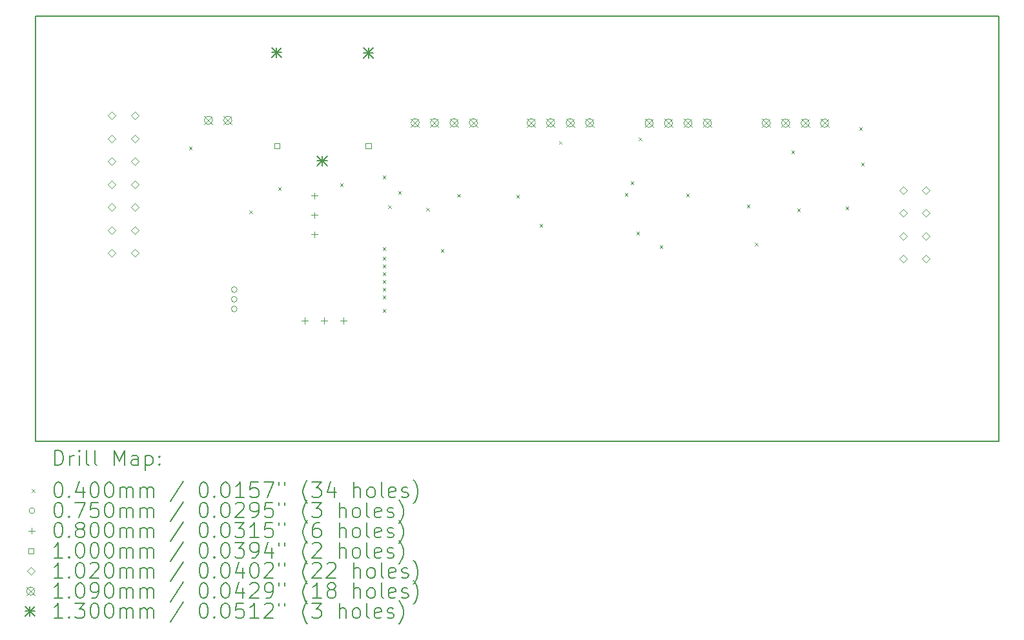
<source format=gbr>
%TF.GenerationSoftware,KiCad,Pcbnew,9.0.1*%
%TF.CreationDate,2025-06-05T13:02:27-07:00*%
%TF.ProjectId,chop-controller-heat,63686f70-2d63-46f6-9e74-726f6c6c6572,rev?*%
%TF.SameCoordinates,Original*%
%TF.FileFunction,Drillmap*%
%TF.FilePolarity,Positive*%
%FSLAX45Y45*%
G04 Gerber Fmt 4.5, Leading zero omitted, Abs format (unit mm)*
G04 Created by KiCad (PCBNEW 9.0.1) date 2025-06-05 13:02:27*
%MOMM*%
%LPD*%
G01*
G04 APERTURE LIST*
%ADD10C,0.200000*%
%ADD11C,0.100000*%
%ADD12C,0.102000*%
%ADD13C,0.109000*%
%ADD14C,0.130000*%
G04 APERTURE END LIST*
D10*
X8502664Y-4891532D02*
X21138264Y-4891532D01*
X21138264Y-10469532D01*
X8502664Y-10469532D01*
X8502664Y-4891532D01*
D11*
X10514664Y-6608132D02*
X10554664Y-6648132D01*
X10554664Y-6608132D02*
X10514664Y-6648132D01*
X11307144Y-7446332D02*
X11347144Y-7486332D01*
X11347144Y-7446332D02*
X11307144Y-7486332D01*
X11683064Y-7141532D02*
X11723064Y-7181532D01*
X11723064Y-7141532D02*
X11683064Y-7181532D01*
X12495864Y-7090732D02*
X12535864Y-7130732D01*
X12535864Y-7090732D02*
X12495864Y-7130732D01*
X13054664Y-6989132D02*
X13094664Y-7029132D01*
X13094664Y-6989132D02*
X13054664Y-7029132D01*
X13054664Y-7928932D02*
X13094664Y-7968932D01*
X13094664Y-7928932D02*
X13054664Y-7968932D01*
X13054664Y-8055932D02*
X13094664Y-8095932D01*
X13094664Y-8055932D02*
X13054664Y-8095932D01*
X13054664Y-8155883D02*
X13094664Y-8195883D01*
X13094664Y-8155883D02*
X13054664Y-8195883D01*
X13054664Y-8259132D02*
X13094664Y-8299132D01*
X13094664Y-8259132D02*
X13054664Y-8299132D01*
X13054664Y-8360732D02*
X13094664Y-8400732D01*
X13094664Y-8360732D02*
X13054664Y-8400732D01*
X13054664Y-8462332D02*
X13094664Y-8502332D01*
X13094664Y-8462332D02*
X13054664Y-8502332D01*
X13054664Y-8563932D02*
X13094664Y-8603932D01*
X13094664Y-8563932D02*
X13054664Y-8603932D01*
X13054664Y-8741732D02*
X13094664Y-8781732D01*
X13094664Y-8741732D02*
X13054664Y-8781732D01*
X13125784Y-7375212D02*
X13165784Y-7415212D01*
X13165784Y-7375212D02*
X13125784Y-7415212D01*
X13257864Y-7192332D02*
X13297864Y-7232332D01*
X13297864Y-7192332D02*
X13257864Y-7232332D01*
X13626164Y-7408232D02*
X13666164Y-7448232D01*
X13666164Y-7408232D02*
X13626164Y-7448232D01*
X13816664Y-7954332D02*
X13856664Y-7994332D01*
X13856664Y-7954332D02*
X13816664Y-7994332D01*
X14030024Y-7227892D02*
X14070024Y-7267892D01*
X14070024Y-7227892D02*
X14030024Y-7267892D01*
X14807264Y-7243132D02*
X14847264Y-7283132D01*
X14847264Y-7243132D02*
X14807264Y-7283132D01*
X15112064Y-7624132D02*
X15152064Y-7664132D01*
X15152064Y-7624132D02*
X15112064Y-7664132D01*
X15366064Y-6533200D02*
X15406064Y-6573200D01*
X15406064Y-6533200D02*
X15366064Y-6573200D01*
X16229664Y-7217732D02*
X16269664Y-7257732D01*
X16269664Y-7217732D02*
X16229664Y-7257732D01*
X16305864Y-7065332D02*
X16345864Y-7105332D01*
X16345864Y-7065332D02*
X16305864Y-7105332D01*
X16382064Y-7725732D02*
X16422064Y-7765732D01*
X16422064Y-7725732D02*
X16382064Y-7765732D01*
X16412544Y-6486212D02*
X16452544Y-6526212D01*
X16452544Y-6486212D02*
X16412544Y-6526212D01*
X16686864Y-7903532D02*
X16726864Y-7943532D01*
X16726864Y-7903532D02*
X16686864Y-7943532D01*
X17032304Y-7222812D02*
X17072304Y-7262812D01*
X17072304Y-7222812D02*
X17032304Y-7262812D01*
X17829864Y-7370132D02*
X17869864Y-7410132D01*
X17869864Y-7370132D02*
X17829864Y-7410132D01*
X17936544Y-7867972D02*
X17976544Y-7907972D01*
X17976544Y-7867972D02*
X17936544Y-7907972D01*
X18414064Y-6658932D02*
X18454064Y-6698932D01*
X18454064Y-6658932D02*
X18414064Y-6698932D01*
X18490264Y-7420932D02*
X18530264Y-7460932D01*
X18530264Y-7420932D02*
X18490264Y-7460932D01*
X19125264Y-7395532D02*
X19165264Y-7435532D01*
X19165264Y-7395532D02*
X19125264Y-7435532D01*
X19303064Y-6354132D02*
X19343064Y-6394132D01*
X19343064Y-6354132D02*
X19303064Y-6394132D01*
X19328464Y-6816412D02*
X19368464Y-6856412D01*
X19368464Y-6816412D02*
X19328464Y-6856412D01*
X11145764Y-8482332D02*
G75*
G02*
X11070764Y-8482332I-37500J0D01*
G01*
X11070764Y-8482332D02*
G75*
G02*
X11145764Y-8482332I37500J0D01*
G01*
X11145764Y-8609332D02*
G75*
G02*
X11070764Y-8609332I-37500J0D01*
G01*
X11070764Y-8609332D02*
G75*
G02*
X11145764Y-8609332I37500J0D01*
G01*
X11145764Y-8736332D02*
G75*
G02*
X11070764Y-8736332I-37500J0D01*
G01*
X11070764Y-8736332D02*
G75*
G02*
X11145764Y-8736332I37500J0D01*
G01*
X12032264Y-8848732D02*
X12032264Y-8928732D01*
X11992264Y-8888732D02*
X12072264Y-8888732D01*
X12160264Y-7211432D02*
X12160264Y-7291432D01*
X12120264Y-7251432D02*
X12200264Y-7251432D01*
X12160264Y-7465432D02*
X12160264Y-7545432D01*
X12120264Y-7505432D02*
X12200264Y-7505432D01*
X12160264Y-7719432D02*
X12160264Y-7799432D01*
X12120264Y-7759432D02*
X12200264Y-7759432D01*
X12286264Y-8848732D02*
X12286264Y-8928732D01*
X12246264Y-8888732D02*
X12326264Y-8888732D01*
X12540264Y-8848732D02*
X12540264Y-8928732D01*
X12500264Y-8888732D02*
X12580264Y-8888732D01*
X11702219Y-6632688D02*
X11702219Y-6561977D01*
X11631508Y-6561977D01*
X11631508Y-6632688D01*
X11702219Y-6632688D01*
X12902219Y-6632688D02*
X12902219Y-6561977D01*
X12831508Y-6561977D01*
X12831508Y-6632688D01*
X12902219Y-6632688D01*
D12*
X9504680Y-6252280D02*
X9555680Y-6201280D01*
X9504680Y-6150280D01*
X9453680Y-6201280D01*
X9504680Y-6252280D01*
X9504680Y-6552280D02*
X9555680Y-6501280D01*
X9504680Y-6450280D01*
X9453680Y-6501280D01*
X9504680Y-6552280D01*
X9504680Y-6852280D02*
X9555680Y-6801280D01*
X9504680Y-6750280D01*
X9453680Y-6801280D01*
X9504680Y-6852280D01*
X9504680Y-7152280D02*
X9555680Y-7101280D01*
X9504680Y-7050280D01*
X9453680Y-7101280D01*
X9504680Y-7152280D01*
X9504680Y-7452280D02*
X9555680Y-7401280D01*
X9504680Y-7350280D01*
X9453680Y-7401280D01*
X9504680Y-7452280D01*
X9504680Y-7752280D02*
X9555680Y-7701280D01*
X9504680Y-7650280D01*
X9453680Y-7701280D01*
X9504680Y-7752280D01*
X9504680Y-8052280D02*
X9555680Y-8001280D01*
X9504680Y-7950280D01*
X9453680Y-8001280D01*
X9504680Y-8052280D01*
X9804680Y-6252280D02*
X9855680Y-6201280D01*
X9804680Y-6150280D01*
X9753680Y-6201280D01*
X9804680Y-6252280D01*
X9804680Y-6552280D02*
X9855680Y-6501280D01*
X9804680Y-6450280D01*
X9753680Y-6501280D01*
X9804680Y-6552280D01*
X9804680Y-6852280D02*
X9855680Y-6801280D01*
X9804680Y-6750280D01*
X9753680Y-6801280D01*
X9804680Y-6852280D01*
X9804680Y-7152280D02*
X9855680Y-7101280D01*
X9804680Y-7050280D01*
X9753680Y-7101280D01*
X9804680Y-7152280D01*
X9804680Y-7452280D02*
X9855680Y-7401280D01*
X9804680Y-7350280D01*
X9753680Y-7401280D01*
X9804680Y-7452280D01*
X9804680Y-7752280D02*
X9855680Y-7701280D01*
X9804680Y-7650280D01*
X9753680Y-7701280D01*
X9804680Y-7752280D01*
X9804680Y-8052280D02*
X9855680Y-8001280D01*
X9804680Y-7950280D01*
X9753680Y-8001280D01*
X9804680Y-8052280D01*
X19880400Y-7231000D02*
X19931400Y-7180000D01*
X19880400Y-7129000D01*
X19829400Y-7180000D01*
X19880400Y-7231000D01*
X19880400Y-7531000D02*
X19931400Y-7480000D01*
X19880400Y-7429000D01*
X19829400Y-7480000D01*
X19880400Y-7531000D01*
X19880400Y-7831000D02*
X19931400Y-7780000D01*
X19880400Y-7729000D01*
X19829400Y-7780000D01*
X19880400Y-7831000D01*
X19880400Y-8131000D02*
X19931400Y-8080000D01*
X19880400Y-8029000D01*
X19829400Y-8080000D01*
X19880400Y-8131000D01*
X20180400Y-7231000D02*
X20231400Y-7180000D01*
X20180400Y-7129000D01*
X20129400Y-7180000D01*
X20180400Y-7231000D01*
X20180400Y-7531000D02*
X20231400Y-7480000D01*
X20180400Y-7429000D01*
X20129400Y-7480000D01*
X20180400Y-7531000D01*
X20180400Y-7831000D02*
X20231400Y-7780000D01*
X20180400Y-7729000D01*
X20129400Y-7780000D01*
X20180400Y-7831000D01*
X20180400Y-8131000D02*
X20231400Y-8080000D01*
X20180400Y-8029000D01*
X20129400Y-8080000D01*
X20180400Y-8131000D01*
D13*
X10715064Y-6206432D02*
X10824064Y-6315432D01*
X10824064Y-6206432D02*
X10715064Y-6315432D01*
X10824064Y-6260932D02*
G75*
G02*
X10715064Y-6260932I-54500J0D01*
G01*
X10715064Y-6260932D02*
G75*
G02*
X10824064Y-6260932I54500J0D01*
G01*
X10969064Y-6206432D02*
X11078064Y-6315432D01*
X11078064Y-6206432D02*
X10969064Y-6315432D01*
X11078064Y-6260932D02*
G75*
G02*
X10969064Y-6260932I-54500J0D01*
G01*
X10969064Y-6260932D02*
G75*
G02*
X11078064Y-6260932I54500J0D01*
G01*
X13425264Y-6238832D02*
X13534264Y-6347832D01*
X13534264Y-6238832D02*
X13425264Y-6347832D01*
X13534264Y-6293332D02*
G75*
G02*
X13425264Y-6293332I-54500J0D01*
G01*
X13425264Y-6293332D02*
G75*
G02*
X13534264Y-6293332I54500J0D01*
G01*
X13679264Y-6238832D02*
X13788264Y-6347832D01*
X13788264Y-6238832D02*
X13679264Y-6347832D01*
X13788264Y-6293332D02*
G75*
G02*
X13679264Y-6293332I-54500J0D01*
G01*
X13679264Y-6293332D02*
G75*
G02*
X13788264Y-6293332I54500J0D01*
G01*
X13936264Y-6238832D02*
X14045264Y-6347832D01*
X14045264Y-6238832D02*
X13936264Y-6347832D01*
X14045264Y-6293332D02*
G75*
G02*
X13936264Y-6293332I-54500J0D01*
G01*
X13936264Y-6293332D02*
G75*
G02*
X14045264Y-6293332I54500J0D01*
G01*
X14190264Y-6238832D02*
X14299264Y-6347832D01*
X14299264Y-6238832D02*
X14190264Y-6347832D01*
X14299264Y-6293332D02*
G75*
G02*
X14190264Y-6293332I-54500J0D01*
G01*
X14190264Y-6293332D02*
G75*
G02*
X14299264Y-6293332I54500J0D01*
G01*
X14948864Y-6238832D02*
X15057864Y-6347832D01*
X15057864Y-6238832D02*
X14948864Y-6347832D01*
X15057864Y-6293332D02*
G75*
G02*
X14948864Y-6293332I-54500J0D01*
G01*
X14948864Y-6293332D02*
G75*
G02*
X15057864Y-6293332I54500J0D01*
G01*
X15202864Y-6238832D02*
X15311864Y-6347832D01*
X15311864Y-6238832D02*
X15202864Y-6347832D01*
X15311864Y-6293332D02*
G75*
G02*
X15202864Y-6293332I-54500J0D01*
G01*
X15202864Y-6293332D02*
G75*
G02*
X15311864Y-6293332I54500J0D01*
G01*
X15459864Y-6238832D02*
X15568864Y-6347832D01*
X15568864Y-6238832D02*
X15459864Y-6347832D01*
X15568864Y-6293332D02*
G75*
G02*
X15459864Y-6293332I-54500J0D01*
G01*
X15459864Y-6293332D02*
G75*
G02*
X15568864Y-6293332I54500J0D01*
G01*
X15713864Y-6238832D02*
X15822864Y-6347832D01*
X15822864Y-6238832D02*
X15713864Y-6347832D01*
X15822864Y-6293332D02*
G75*
G02*
X15713864Y-6293332I-54500J0D01*
G01*
X15713864Y-6293332D02*
G75*
G02*
X15822864Y-6293332I54500J0D01*
G01*
X16493589Y-6243907D02*
X16602589Y-6352907D01*
X16602589Y-6243907D02*
X16493589Y-6352907D01*
X16602589Y-6298407D02*
G75*
G02*
X16493589Y-6298407I-54500J0D01*
G01*
X16493589Y-6298407D02*
G75*
G02*
X16602589Y-6298407I54500J0D01*
G01*
X16747589Y-6243907D02*
X16856589Y-6352907D01*
X16856589Y-6243907D02*
X16747589Y-6352907D01*
X16856589Y-6298407D02*
G75*
G02*
X16747589Y-6298407I-54500J0D01*
G01*
X16747589Y-6298407D02*
G75*
G02*
X16856589Y-6298407I54500J0D01*
G01*
X17004589Y-6243907D02*
X17113589Y-6352907D01*
X17113589Y-6243907D02*
X17004589Y-6352907D01*
X17113589Y-6298407D02*
G75*
G02*
X17004589Y-6298407I-54500J0D01*
G01*
X17004589Y-6298407D02*
G75*
G02*
X17113589Y-6298407I54500J0D01*
G01*
X17258589Y-6243907D02*
X17367589Y-6352907D01*
X17367589Y-6243907D02*
X17258589Y-6352907D01*
X17367589Y-6298407D02*
G75*
G02*
X17258589Y-6298407I-54500J0D01*
G01*
X17258589Y-6298407D02*
G75*
G02*
X17367589Y-6298407I54500J0D01*
G01*
X18029889Y-6243907D02*
X18138889Y-6352907D01*
X18138889Y-6243907D02*
X18029889Y-6352907D01*
X18138889Y-6298407D02*
G75*
G02*
X18029889Y-6298407I-54500J0D01*
G01*
X18029889Y-6298407D02*
G75*
G02*
X18138889Y-6298407I54500J0D01*
G01*
X18283889Y-6243907D02*
X18392889Y-6352907D01*
X18392889Y-6243907D02*
X18283889Y-6352907D01*
X18392889Y-6298407D02*
G75*
G02*
X18283889Y-6298407I-54500J0D01*
G01*
X18283889Y-6298407D02*
G75*
G02*
X18392889Y-6298407I54500J0D01*
G01*
X18540889Y-6243907D02*
X18649889Y-6352907D01*
X18649889Y-6243907D02*
X18540889Y-6352907D01*
X18649889Y-6298407D02*
G75*
G02*
X18540889Y-6298407I-54500J0D01*
G01*
X18540889Y-6298407D02*
G75*
G02*
X18649889Y-6298407I54500J0D01*
G01*
X18794889Y-6243907D02*
X18903889Y-6352907D01*
X18903889Y-6243907D02*
X18794889Y-6352907D01*
X18903889Y-6298407D02*
G75*
G02*
X18794889Y-6298407I-54500J0D01*
G01*
X18794889Y-6298407D02*
G75*
G02*
X18903889Y-6298407I54500J0D01*
G01*
D14*
X11596864Y-5307332D02*
X11726864Y-5437332D01*
X11726864Y-5307332D02*
X11596864Y-5437332D01*
X11661864Y-5307332D02*
X11661864Y-5437332D01*
X11596864Y-5372332D02*
X11726864Y-5372332D01*
X12196864Y-6727332D02*
X12326864Y-6857332D01*
X12326864Y-6727332D02*
X12196864Y-6857332D01*
X12261864Y-6727332D02*
X12261864Y-6857332D01*
X12196864Y-6792332D02*
X12326864Y-6792332D01*
X12801864Y-5312332D02*
X12931864Y-5442332D01*
X12931864Y-5312332D02*
X12801864Y-5442332D01*
X12866864Y-5312332D02*
X12866864Y-5442332D01*
X12801864Y-5377332D02*
X12931864Y-5377332D01*
D10*
X8753441Y-10791016D02*
X8753441Y-10591016D01*
X8753441Y-10591016D02*
X8801060Y-10591016D01*
X8801060Y-10591016D02*
X8829631Y-10600540D01*
X8829631Y-10600540D02*
X8848679Y-10619588D01*
X8848679Y-10619588D02*
X8858203Y-10638635D01*
X8858203Y-10638635D02*
X8867726Y-10676730D01*
X8867726Y-10676730D02*
X8867726Y-10705302D01*
X8867726Y-10705302D02*
X8858203Y-10743397D01*
X8858203Y-10743397D02*
X8848679Y-10762445D01*
X8848679Y-10762445D02*
X8829631Y-10781492D01*
X8829631Y-10781492D02*
X8801060Y-10791016D01*
X8801060Y-10791016D02*
X8753441Y-10791016D01*
X8953441Y-10791016D02*
X8953441Y-10657683D01*
X8953441Y-10695778D02*
X8962964Y-10676730D01*
X8962964Y-10676730D02*
X8972488Y-10667207D01*
X8972488Y-10667207D02*
X8991536Y-10657683D01*
X8991536Y-10657683D02*
X9010584Y-10657683D01*
X9077250Y-10791016D02*
X9077250Y-10657683D01*
X9077250Y-10591016D02*
X9067726Y-10600540D01*
X9067726Y-10600540D02*
X9077250Y-10610064D01*
X9077250Y-10610064D02*
X9086774Y-10600540D01*
X9086774Y-10600540D02*
X9077250Y-10591016D01*
X9077250Y-10591016D02*
X9077250Y-10610064D01*
X9201060Y-10791016D02*
X9182012Y-10781492D01*
X9182012Y-10781492D02*
X9172488Y-10762445D01*
X9172488Y-10762445D02*
X9172488Y-10591016D01*
X9305822Y-10791016D02*
X9286774Y-10781492D01*
X9286774Y-10781492D02*
X9277250Y-10762445D01*
X9277250Y-10762445D02*
X9277250Y-10591016D01*
X9534393Y-10791016D02*
X9534393Y-10591016D01*
X9534393Y-10591016D02*
X9601060Y-10733873D01*
X9601060Y-10733873D02*
X9667726Y-10591016D01*
X9667726Y-10591016D02*
X9667726Y-10791016D01*
X9848679Y-10791016D02*
X9848679Y-10686254D01*
X9848679Y-10686254D02*
X9839155Y-10667207D01*
X9839155Y-10667207D02*
X9820107Y-10657683D01*
X9820107Y-10657683D02*
X9782012Y-10657683D01*
X9782012Y-10657683D02*
X9762964Y-10667207D01*
X9848679Y-10781492D02*
X9829631Y-10791016D01*
X9829631Y-10791016D02*
X9782012Y-10791016D01*
X9782012Y-10791016D02*
X9762964Y-10781492D01*
X9762964Y-10781492D02*
X9753441Y-10762445D01*
X9753441Y-10762445D02*
X9753441Y-10743397D01*
X9753441Y-10743397D02*
X9762964Y-10724349D01*
X9762964Y-10724349D02*
X9782012Y-10714826D01*
X9782012Y-10714826D02*
X9829631Y-10714826D01*
X9829631Y-10714826D02*
X9848679Y-10705302D01*
X9943917Y-10657683D02*
X9943917Y-10857683D01*
X9943917Y-10667207D02*
X9962964Y-10657683D01*
X9962964Y-10657683D02*
X10001060Y-10657683D01*
X10001060Y-10657683D02*
X10020107Y-10667207D01*
X10020107Y-10667207D02*
X10029631Y-10676730D01*
X10029631Y-10676730D02*
X10039155Y-10695778D01*
X10039155Y-10695778D02*
X10039155Y-10752921D01*
X10039155Y-10752921D02*
X10029631Y-10771968D01*
X10029631Y-10771968D02*
X10020107Y-10781492D01*
X10020107Y-10781492D02*
X10001060Y-10791016D01*
X10001060Y-10791016D02*
X9962964Y-10791016D01*
X9962964Y-10791016D02*
X9943917Y-10781492D01*
X10124869Y-10771968D02*
X10134393Y-10781492D01*
X10134393Y-10781492D02*
X10124869Y-10791016D01*
X10124869Y-10791016D02*
X10115345Y-10781492D01*
X10115345Y-10781492D02*
X10124869Y-10771968D01*
X10124869Y-10771968D02*
X10124869Y-10791016D01*
X10124869Y-10667207D02*
X10134393Y-10676730D01*
X10134393Y-10676730D02*
X10124869Y-10686254D01*
X10124869Y-10686254D02*
X10115345Y-10676730D01*
X10115345Y-10676730D02*
X10124869Y-10667207D01*
X10124869Y-10667207D02*
X10124869Y-10686254D01*
D11*
X8452664Y-11099532D02*
X8492664Y-11139532D01*
X8492664Y-11099532D02*
X8452664Y-11139532D01*
D10*
X8791536Y-11011016D02*
X8810584Y-11011016D01*
X8810584Y-11011016D02*
X8829631Y-11020540D01*
X8829631Y-11020540D02*
X8839155Y-11030064D01*
X8839155Y-11030064D02*
X8848679Y-11049111D01*
X8848679Y-11049111D02*
X8858203Y-11087207D01*
X8858203Y-11087207D02*
X8858203Y-11134826D01*
X8858203Y-11134826D02*
X8848679Y-11172921D01*
X8848679Y-11172921D02*
X8839155Y-11191968D01*
X8839155Y-11191968D02*
X8829631Y-11201492D01*
X8829631Y-11201492D02*
X8810584Y-11211016D01*
X8810584Y-11211016D02*
X8791536Y-11211016D01*
X8791536Y-11211016D02*
X8772488Y-11201492D01*
X8772488Y-11201492D02*
X8762964Y-11191968D01*
X8762964Y-11191968D02*
X8753441Y-11172921D01*
X8753441Y-11172921D02*
X8743917Y-11134826D01*
X8743917Y-11134826D02*
X8743917Y-11087207D01*
X8743917Y-11087207D02*
X8753441Y-11049111D01*
X8753441Y-11049111D02*
X8762964Y-11030064D01*
X8762964Y-11030064D02*
X8772488Y-11020540D01*
X8772488Y-11020540D02*
X8791536Y-11011016D01*
X8943917Y-11191968D02*
X8953441Y-11201492D01*
X8953441Y-11201492D02*
X8943917Y-11211016D01*
X8943917Y-11211016D02*
X8934393Y-11201492D01*
X8934393Y-11201492D02*
X8943917Y-11191968D01*
X8943917Y-11191968D02*
X8943917Y-11211016D01*
X9124869Y-11077683D02*
X9124869Y-11211016D01*
X9077250Y-11001492D02*
X9029631Y-11144349D01*
X9029631Y-11144349D02*
X9153441Y-11144349D01*
X9267726Y-11011016D02*
X9286774Y-11011016D01*
X9286774Y-11011016D02*
X9305822Y-11020540D01*
X9305822Y-11020540D02*
X9315345Y-11030064D01*
X9315345Y-11030064D02*
X9324869Y-11049111D01*
X9324869Y-11049111D02*
X9334393Y-11087207D01*
X9334393Y-11087207D02*
X9334393Y-11134826D01*
X9334393Y-11134826D02*
X9324869Y-11172921D01*
X9324869Y-11172921D02*
X9315345Y-11191968D01*
X9315345Y-11191968D02*
X9305822Y-11201492D01*
X9305822Y-11201492D02*
X9286774Y-11211016D01*
X9286774Y-11211016D02*
X9267726Y-11211016D01*
X9267726Y-11211016D02*
X9248679Y-11201492D01*
X9248679Y-11201492D02*
X9239155Y-11191968D01*
X9239155Y-11191968D02*
X9229631Y-11172921D01*
X9229631Y-11172921D02*
X9220107Y-11134826D01*
X9220107Y-11134826D02*
X9220107Y-11087207D01*
X9220107Y-11087207D02*
X9229631Y-11049111D01*
X9229631Y-11049111D02*
X9239155Y-11030064D01*
X9239155Y-11030064D02*
X9248679Y-11020540D01*
X9248679Y-11020540D02*
X9267726Y-11011016D01*
X9458203Y-11011016D02*
X9477250Y-11011016D01*
X9477250Y-11011016D02*
X9496298Y-11020540D01*
X9496298Y-11020540D02*
X9505822Y-11030064D01*
X9505822Y-11030064D02*
X9515345Y-11049111D01*
X9515345Y-11049111D02*
X9524869Y-11087207D01*
X9524869Y-11087207D02*
X9524869Y-11134826D01*
X9524869Y-11134826D02*
X9515345Y-11172921D01*
X9515345Y-11172921D02*
X9505822Y-11191968D01*
X9505822Y-11191968D02*
X9496298Y-11201492D01*
X9496298Y-11201492D02*
X9477250Y-11211016D01*
X9477250Y-11211016D02*
X9458203Y-11211016D01*
X9458203Y-11211016D02*
X9439155Y-11201492D01*
X9439155Y-11201492D02*
X9429631Y-11191968D01*
X9429631Y-11191968D02*
X9420107Y-11172921D01*
X9420107Y-11172921D02*
X9410584Y-11134826D01*
X9410584Y-11134826D02*
X9410584Y-11087207D01*
X9410584Y-11087207D02*
X9420107Y-11049111D01*
X9420107Y-11049111D02*
X9429631Y-11030064D01*
X9429631Y-11030064D02*
X9439155Y-11020540D01*
X9439155Y-11020540D02*
X9458203Y-11011016D01*
X9610584Y-11211016D02*
X9610584Y-11077683D01*
X9610584Y-11096730D02*
X9620107Y-11087207D01*
X9620107Y-11087207D02*
X9639155Y-11077683D01*
X9639155Y-11077683D02*
X9667726Y-11077683D01*
X9667726Y-11077683D02*
X9686774Y-11087207D01*
X9686774Y-11087207D02*
X9696298Y-11106254D01*
X9696298Y-11106254D02*
X9696298Y-11211016D01*
X9696298Y-11106254D02*
X9705822Y-11087207D01*
X9705822Y-11087207D02*
X9724869Y-11077683D01*
X9724869Y-11077683D02*
X9753441Y-11077683D01*
X9753441Y-11077683D02*
X9772488Y-11087207D01*
X9772488Y-11087207D02*
X9782012Y-11106254D01*
X9782012Y-11106254D02*
X9782012Y-11211016D01*
X9877250Y-11211016D02*
X9877250Y-11077683D01*
X9877250Y-11096730D02*
X9886774Y-11087207D01*
X9886774Y-11087207D02*
X9905822Y-11077683D01*
X9905822Y-11077683D02*
X9934393Y-11077683D01*
X9934393Y-11077683D02*
X9953441Y-11087207D01*
X9953441Y-11087207D02*
X9962965Y-11106254D01*
X9962965Y-11106254D02*
X9962965Y-11211016D01*
X9962965Y-11106254D02*
X9972488Y-11087207D01*
X9972488Y-11087207D02*
X9991536Y-11077683D01*
X9991536Y-11077683D02*
X10020107Y-11077683D01*
X10020107Y-11077683D02*
X10039155Y-11087207D01*
X10039155Y-11087207D02*
X10048679Y-11106254D01*
X10048679Y-11106254D02*
X10048679Y-11211016D01*
X10439155Y-11001492D02*
X10267727Y-11258635D01*
X10696298Y-11011016D02*
X10715346Y-11011016D01*
X10715346Y-11011016D02*
X10734393Y-11020540D01*
X10734393Y-11020540D02*
X10743917Y-11030064D01*
X10743917Y-11030064D02*
X10753441Y-11049111D01*
X10753441Y-11049111D02*
X10762965Y-11087207D01*
X10762965Y-11087207D02*
X10762965Y-11134826D01*
X10762965Y-11134826D02*
X10753441Y-11172921D01*
X10753441Y-11172921D02*
X10743917Y-11191968D01*
X10743917Y-11191968D02*
X10734393Y-11201492D01*
X10734393Y-11201492D02*
X10715346Y-11211016D01*
X10715346Y-11211016D02*
X10696298Y-11211016D01*
X10696298Y-11211016D02*
X10677250Y-11201492D01*
X10677250Y-11201492D02*
X10667727Y-11191968D01*
X10667727Y-11191968D02*
X10658203Y-11172921D01*
X10658203Y-11172921D02*
X10648679Y-11134826D01*
X10648679Y-11134826D02*
X10648679Y-11087207D01*
X10648679Y-11087207D02*
X10658203Y-11049111D01*
X10658203Y-11049111D02*
X10667727Y-11030064D01*
X10667727Y-11030064D02*
X10677250Y-11020540D01*
X10677250Y-11020540D02*
X10696298Y-11011016D01*
X10848679Y-11191968D02*
X10858203Y-11201492D01*
X10858203Y-11201492D02*
X10848679Y-11211016D01*
X10848679Y-11211016D02*
X10839155Y-11201492D01*
X10839155Y-11201492D02*
X10848679Y-11191968D01*
X10848679Y-11191968D02*
X10848679Y-11211016D01*
X10982012Y-11011016D02*
X11001060Y-11011016D01*
X11001060Y-11011016D02*
X11020108Y-11020540D01*
X11020108Y-11020540D02*
X11029631Y-11030064D01*
X11029631Y-11030064D02*
X11039155Y-11049111D01*
X11039155Y-11049111D02*
X11048679Y-11087207D01*
X11048679Y-11087207D02*
X11048679Y-11134826D01*
X11048679Y-11134826D02*
X11039155Y-11172921D01*
X11039155Y-11172921D02*
X11029631Y-11191968D01*
X11029631Y-11191968D02*
X11020108Y-11201492D01*
X11020108Y-11201492D02*
X11001060Y-11211016D01*
X11001060Y-11211016D02*
X10982012Y-11211016D01*
X10982012Y-11211016D02*
X10962965Y-11201492D01*
X10962965Y-11201492D02*
X10953441Y-11191968D01*
X10953441Y-11191968D02*
X10943917Y-11172921D01*
X10943917Y-11172921D02*
X10934393Y-11134826D01*
X10934393Y-11134826D02*
X10934393Y-11087207D01*
X10934393Y-11087207D02*
X10943917Y-11049111D01*
X10943917Y-11049111D02*
X10953441Y-11030064D01*
X10953441Y-11030064D02*
X10962965Y-11020540D01*
X10962965Y-11020540D02*
X10982012Y-11011016D01*
X11239155Y-11211016D02*
X11124869Y-11211016D01*
X11182012Y-11211016D02*
X11182012Y-11011016D01*
X11182012Y-11011016D02*
X11162965Y-11039588D01*
X11162965Y-11039588D02*
X11143917Y-11058635D01*
X11143917Y-11058635D02*
X11124869Y-11068159D01*
X11420107Y-11011016D02*
X11324869Y-11011016D01*
X11324869Y-11011016D02*
X11315346Y-11106254D01*
X11315346Y-11106254D02*
X11324869Y-11096730D01*
X11324869Y-11096730D02*
X11343917Y-11087207D01*
X11343917Y-11087207D02*
X11391536Y-11087207D01*
X11391536Y-11087207D02*
X11410584Y-11096730D01*
X11410584Y-11096730D02*
X11420107Y-11106254D01*
X11420107Y-11106254D02*
X11429631Y-11125302D01*
X11429631Y-11125302D02*
X11429631Y-11172921D01*
X11429631Y-11172921D02*
X11420107Y-11191968D01*
X11420107Y-11191968D02*
X11410584Y-11201492D01*
X11410584Y-11201492D02*
X11391536Y-11211016D01*
X11391536Y-11211016D02*
X11343917Y-11211016D01*
X11343917Y-11211016D02*
X11324869Y-11201492D01*
X11324869Y-11201492D02*
X11315346Y-11191968D01*
X11496298Y-11011016D02*
X11629631Y-11011016D01*
X11629631Y-11011016D02*
X11543917Y-11211016D01*
X11696298Y-11011016D02*
X11696298Y-11049111D01*
X11772488Y-11011016D02*
X11772488Y-11049111D01*
X12067727Y-11287206D02*
X12058203Y-11277683D01*
X12058203Y-11277683D02*
X12039155Y-11249111D01*
X12039155Y-11249111D02*
X12029631Y-11230064D01*
X12029631Y-11230064D02*
X12020108Y-11201492D01*
X12020108Y-11201492D02*
X12010584Y-11153873D01*
X12010584Y-11153873D02*
X12010584Y-11115778D01*
X12010584Y-11115778D02*
X12020108Y-11068159D01*
X12020108Y-11068159D02*
X12029631Y-11039588D01*
X12029631Y-11039588D02*
X12039155Y-11020540D01*
X12039155Y-11020540D02*
X12058203Y-10991968D01*
X12058203Y-10991968D02*
X12067727Y-10982445D01*
X12124869Y-11011016D02*
X12248679Y-11011016D01*
X12248679Y-11011016D02*
X12182012Y-11087207D01*
X12182012Y-11087207D02*
X12210584Y-11087207D01*
X12210584Y-11087207D02*
X12229631Y-11096730D01*
X12229631Y-11096730D02*
X12239155Y-11106254D01*
X12239155Y-11106254D02*
X12248679Y-11125302D01*
X12248679Y-11125302D02*
X12248679Y-11172921D01*
X12248679Y-11172921D02*
X12239155Y-11191968D01*
X12239155Y-11191968D02*
X12229631Y-11201492D01*
X12229631Y-11201492D02*
X12210584Y-11211016D01*
X12210584Y-11211016D02*
X12153441Y-11211016D01*
X12153441Y-11211016D02*
X12134393Y-11201492D01*
X12134393Y-11201492D02*
X12124869Y-11191968D01*
X12420108Y-11077683D02*
X12420108Y-11211016D01*
X12372488Y-11001492D02*
X12324869Y-11144349D01*
X12324869Y-11144349D02*
X12448679Y-11144349D01*
X12677250Y-11211016D02*
X12677250Y-11011016D01*
X12762965Y-11211016D02*
X12762965Y-11106254D01*
X12762965Y-11106254D02*
X12753441Y-11087207D01*
X12753441Y-11087207D02*
X12734393Y-11077683D01*
X12734393Y-11077683D02*
X12705822Y-11077683D01*
X12705822Y-11077683D02*
X12686774Y-11087207D01*
X12686774Y-11087207D02*
X12677250Y-11096730D01*
X12886774Y-11211016D02*
X12867727Y-11201492D01*
X12867727Y-11201492D02*
X12858203Y-11191968D01*
X12858203Y-11191968D02*
X12848679Y-11172921D01*
X12848679Y-11172921D02*
X12848679Y-11115778D01*
X12848679Y-11115778D02*
X12858203Y-11096730D01*
X12858203Y-11096730D02*
X12867727Y-11087207D01*
X12867727Y-11087207D02*
X12886774Y-11077683D01*
X12886774Y-11077683D02*
X12915346Y-11077683D01*
X12915346Y-11077683D02*
X12934393Y-11087207D01*
X12934393Y-11087207D02*
X12943917Y-11096730D01*
X12943917Y-11096730D02*
X12953441Y-11115778D01*
X12953441Y-11115778D02*
X12953441Y-11172921D01*
X12953441Y-11172921D02*
X12943917Y-11191968D01*
X12943917Y-11191968D02*
X12934393Y-11201492D01*
X12934393Y-11201492D02*
X12915346Y-11211016D01*
X12915346Y-11211016D02*
X12886774Y-11211016D01*
X13067727Y-11211016D02*
X13048679Y-11201492D01*
X13048679Y-11201492D02*
X13039155Y-11182445D01*
X13039155Y-11182445D02*
X13039155Y-11011016D01*
X13220108Y-11201492D02*
X13201060Y-11211016D01*
X13201060Y-11211016D02*
X13162965Y-11211016D01*
X13162965Y-11211016D02*
X13143917Y-11201492D01*
X13143917Y-11201492D02*
X13134393Y-11182445D01*
X13134393Y-11182445D02*
X13134393Y-11106254D01*
X13134393Y-11106254D02*
X13143917Y-11087207D01*
X13143917Y-11087207D02*
X13162965Y-11077683D01*
X13162965Y-11077683D02*
X13201060Y-11077683D01*
X13201060Y-11077683D02*
X13220108Y-11087207D01*
X13220108Y-11087207D02*
X13229631Y-11106254D01*
X13229631Y-11106254D02*
X13229631Y-11125302D01*
X13229631Y-11125302D02*
X13134393Y-11144349D01*
X13305822Y-11201492D02*
X13324870Y-11211016D01*
X13324870Y-11211016D02*
X13362965Y-11211016D01*
X13362965Y-11211016D02*
X13382012Y-11201492D01*
X13382012Y-11201492D02*
X13391536Y-11182445D01*
X13391536Y-11182445D02*
X13391536Y-11172921D01*
X13391536Y-11172921D02*
X13382012Y-11153873D01*
X13382012Y-11153873D02*
X13362965Y-11144349D01*
X13362965Y-11144349D02*
X13334393Y-11144349D01*
X13334393Y-11144349D02*
X13315346Y-11134826D01*
X13315346Y-11134826D02*
X13305822Y-11115778D01*
X13305822Y-11115778D02*
X13305822Y-11106254D01*
X13305822Y-11106254D02*
X13315346Y-11087207D01*
X13315346Y-11087207D02*
X13334393Y-11077683D01*
X13334393Y-11077683D02*
X13362965Y-11077683D01*
X13362965Y-11077683D02*
X13382012Y-11087207D01*
X13458203Y-11287206D02*
X13467727Y-11277683D01*
X13467727Y-11277683D02*
X13486774Y-11249111D01*
X13486774Y-11249111D02*
X13496298Y-11230064D01*
X13496298Y-11230064D02*
X13505822Y-11201492D01*
X13505822Y-11201492D02*
X13515346Y-11153873D01*
X13515346Y-11153873D02*
X13515346Y-11115778D01*
X13515346Y-11115778D02*
X13505822Y-11068159D01*
X13505822Y-11068159D02*
X13496298Y-11039588D01*
X13496298Y-11039588D02*
X13486774Y-11020540D01*
X13486774Y-11020540D02*
X13467727Y-10991968D01*
X13467727Y-10991968D02*
X13458203Y-10982445D01*
D11*
X8492664Y-11383532D02*
G75*
G02*
X8417664Y-11383532I-37500J0D01*
G01*
X8417664Y-11383532D02*
G75*
G02*
X8492664Y-11383532I37500J0D01*
G01*
D10*
X8791536Y-11275016D02*
X8810584Y-11275016D01*
X8810584Y-11275016D02*
X8829631Y-11284540D01*
X8829631Y-11284540D02*
X8839155Y-11294064D01*
X8839155Y-11294064D02*
X8848679Y-11313111D01*
X8848679Y-11313111D02*
X8858203Y-11351206D01*
X8858203Y-11351206D02*
X8858203Y-11398826D01*
X8858203Y-11398826D02*
X8848679Y-11436921D01*
X8848679Y-11436921D02*
X8839155Y-11455968D01*
X8839155Y-11455968D02*
X8829631Y-11465492D01*
X8829631Y-11465492D02*
X8810584Y-11475016D01*
X8810584Y-11475016D02*
X8791536Y-11475016D01*
X8791536Y-11475016D02*
X8772488Y-11465492D01*
X8772488Y-11465492D02*
X8762964Y-11455968D01*
X8762964Y-11455968D02*
X8753441Y-11436921D01*
X8753441Y-11436921D02*
X8743917Y-11398826D01*
X8743917Y-11398826D02*
X8743917Y-11351206D01*
X8743917Y-11351206D02*
X8753441Y-11313111D01*
X8753441Y-11313111D02*
X8762964Y-11294064D01*
X8762964Y-11294064D02*
X8772488Y-11284540D01*
X8772488Y-11284540D02*
X8791536Y-11275016D01*
X8943917Y-11455968D02*
X8953441Y-11465492D01*
X8953441Y-11465492D02*
X8943917Y-11475016D01*
X8943917Y-11475016D02*
X8934393Y-11465492D01*
X8934393Y-11465492D02*
X8943917Y-11455968D01*
X8943917Y-11455968D02*
X8943917Y-11475016D01*
X9020107Y-11275016D02*
X9153441Y-11275016D01*
X9153441Y-11275016D02*
X9067726Y-11475016D01*
X9324869Y-11275016D02*
X9229631Y-11275016D01*
X9229631Y-11275016D02*
X9220107Y-11370254D01*
X9220107Y-11370254D02*
X9229631Y-11360730D01*
X9229631Y-11360730D02*
X9248679Y-11351206D01*
X9248679Y-11351206D02*
X9296298Y-11351206D01*
X9296298Y-11351206D02*
X9315345Y-11360730D01*
X9315345Y-11360730D02*
X9324869Y-11370254D01*
X9324869Y-11370254D02*
X9334393Y-11389302D01*
X9334393Y-11389302D02*
X9334393Y-11436921D01*
X9334393Y-11436921D02*
X9324869Y-11455968D01*
X9324869Y-11455968D02*
X9315345Y-11465492D01*
X9315345Y-11465492D02*
X9296298Y-11475016D01*
X9296298Y-11475016D02*
X9248679Y-11475016D01*
X9248679Y-11475016D02*
X9229631Y-11465492D01*
X9229631Y-11465492D02*
X9220107Y-11455968D01*
X9458203Y-11275016D02*
X9477250Y-11275016D01*
X9477250Y-11275016D02*
X9496298Y-11284540D01*
X9496298Y-11284540D02*
X9505822Y-11294064D01*
X9505822Y-11294064D02*
X9515345Y-11313111D01*
X9515345Y-11313111D02*
X9524869Y-11351206D01*
X9524869Y-11351206D02*
X9524869Y-11398826D01*
X9524869Y-11398826D02*
X9515345Y-11436921D01*
X9515345Y-11436921D02*
X9505822Y-11455968D01*
X9505822Y-11455968D02*
X9496298Y-11465492D01*
X9496298Y-11465492D02*
X9477250Y-11475016D01*
X9477250Y-11475016D02*
X9458203Y-11475016D01*
X9458203Y-11475016D02*
X9439155Y-11465492D01*
X9439155Y-11465492D02*
X9429631Y-11455968D01*
X9429631Y-11455968D02*
X9420107Y-11436921D01*
X9420107Y-11436921D02*
X9410584Y-11398826D01*
X9410584Y-11398826D02*
X9410584Y-11351206D01*
X9410584Y-11351206D02*
X9420107Y-11313111D01*
X9420107Y-11313111D02*
X9429631Y-11294064D01*
X9429631Y-11294064D02*
X9439155Y-11284540D01*
X9439155Y-11284540D02*
X9458203Y-11275016D01*
X9610584Y-11475016D02*
X9610584Y-11341683D01*
X9610584Y-11360730D02*
X9620107Y-11351206D01*
X9620107Y-11351206D02*
X9639155Y-11341683D01*
X9639155Y-11341683D02*
X9667726Y-11341683D01*
X9667726Y-11341683D02*
X9686774Y-11351206D01*
X9686774Y-11351206D02*
X9696298Y-11370254D01*
X9696298Y-11370254D02*
X9696298Y-11475016D01*
X9696298Y-11370254D02*
X9705822Y-11351206D01*
X9705822Y-11351206D02*
X9724869Y-11341683D01*
X9724869Y-11341683D02*
X9753441Y-11341683D01*
X9753441Y-11341683D02*
X9772488Y-11351206D01*
X9772488Y-11351206D02*
X9782012Y-11370254D01*
X9782012Y-11370254D02*
X9782012Y-11475016D01*
X9877250Y-11475016D02*
X9877250Y-11341683D01*
X9877250Y-11360730D02*
X9886774Y-11351206D01*
X9886774Y-11351206D02*
X9905822Y-11341683D01*
X9905822Y-11341683D02*
X9934393Y-11341683D01*
X9934393Y-11341683D02*
X9953441Y-11351206D01*
X9953441Y-11351206D02*
X9962965Y-11370254D01*
X9962965Y-11370254D02*
X9962965Y-11475016D01*
X9962965Y-11370254D02*
X9972488Y-11351206D01*
X9972488Y-11351206D02*
X9991536Y-11341683D01*
X9991536Y-11341683D02*
X10020107Y-11341683D01*
X10020107Y-11341683D02*
X10039155Y-11351206D01*
X10039155Y-11351206D02*
X10048679Y-11370254D01*
X10048679Y-11370254D02*
X10048679Y-11475016D01*
X10439155Y-11265492D02*
X10267727Y-11522635D01*
X10696298Y-11275016D02*
X10715346Y-11275016D01*
X10715346Y-11275016D02*
X10734393Y-11284540D01*
X10734393Y-11284540D02*
X10743917Y-11294064D01*
X10743917Y-11294064D02*
X10753441Y-11313111D01*
X10753441Y-11313111D02*
X10762965Y-11351206D01*
X10762965Y-11351206D02*
X10762965Y-11398826D01*
X10762965Y-11398826D02*
X10753441Y-11436921D01*
X10753441Y-11436921D02*
X10743917Y-11455968D01*
X10743917Y-11455968D02*
X10734393Y-11465492D01*
X10734393Y-11465492D02*
X10715346Y-11475016D01*
X10715346Y-11475016D02*
X10696298Y-11475016D01*
X10696298Y-11475016D02*
X10677250Y-11465492D01*
X10677250Y-11465492D02*
X10667727Y-11455968D01*
X10667727Y-11455968D02*
X10658203Y-11436921D01*
X10658203Y-11436921D02*
X10648679Y-11398826D01*
X10648679Y-11398826D02*
X10648679Y-11351206D01*
X10648679Y-11351206D02*
X10658203Y-11313111D01*
X10658203Y-11313111D02*
X10667727Y-11294064D01*
X10667727Y-11294064D02*
X10677250Y-11284540D01*
X10677250Y-11284540D02*
X10696298Y-11275016D01*
X10848679Y-11455968D02*
X10858203Y-11465492D01*
X10858203Y-11465492D02*
X10848679Y-11475016D01*
X10848679Y-11475016D02*
X10839155Y-11465492D01*
X10839155Y-11465492D02*
X10848679Y-11455968D01*
X10848679Y-11455968D02*
X10848679Y-11475016D01*
X10982012Y-11275016D02*
X11001060Y-11275016D01*
X11001060Y-11275016D02*
X11020108Y-11284540D01*
X11020108Y-11284540D02*
X11029631Y-11294064D01*
X11029631Y-11294064D02*
X11039155Y-11313111D01*
X11039155Y-11313111D02*
X11048679Y-11351206D01*
X11048679Y-11351206D02*
X11048679Y-11398826D01*
X11048679Y-11398826D02*
X11039155Y-11436921D01*
X11039155Y-11436921D02*
X11029631Y-11455968D01*
X11029631Y-11455968D02*
X11020108Y-11465492D01*
X11020108Y-11465492D02*
X11001060Y-11475016D01*
X11001060Y-11475016D02*
X10982012Y-11475016D01*
X10982012Y-11475016D02*
X10962965Y-11465492D01*
X10962965Y-11465492D02*
X10953441Y-11455968D01*
X10953441Y-11455968D02*
X10943917Y-11436921D01*
X10943917Y-11436921D02*
X10934393Y-11398826D01*
X10934393Y-11398826D02*
X10934393Y-11351206D01*
X10934393Y-11351206D02*
X10943917Y-11313111D01*
X10943917Y-11313111D02*
X10953441Y-11294064D01*
X10953441Y-11294064D02*
X10962965Y-11284540D01*
X10962965Y-11284540D02*
X10982012Y-11275016D01*
X11124869Y-11294064D02*
X11134393Y-11284540D01*
X11134393Y-11284540D02*
X11153441Y-11275016D01*
X11153441Y-11275016D02*
X11201060Y-11275016D01*
X11201060Y-11275016D02*
X11220107Y-11284540D01*
X11220107Y-11284540D02*
X11229631Y-11294064D01*
X11229631Y-11294064D02*
X11239155Y-11313111D01*
X11239155Y-11313111D02*
X11239155Y-11332159D01*
X11239155Y-11332159D02*
X11229631Y-11360730D01*
X11229631Y-11360730D02*
X11115346Y-11475016D01*
X11115346Y-11475016D02*
X11239155Y-11475016D01*
X11334393Y-11475016D02*
X11372488Y-11475016D01*
X11372488Y-11475016D02*
X11391536Y-11465492D01*
X11391536Y-11465492D02*
X11401060Y-11455968D01*
X11401060Y-11455968D02*
X11420107Y-11427397D01*
X11420107Y-11427397D02*
X11429631Y-11389302D01*
X11429631Y-11389302D02*
X11429631Y-11313111D01*
X11429631Y-11313111D02*
X11420107Y-11294064D01*
X11420107Y-11294064D02*
X11410584Y-11284540D01*
X11410584Y-11284540D02*
X11391536Y-11275016D01*
X11391536Y-11275016D02*
X11353441Y-11275016D01*
X11353441Y-11275016D02*
X11334393Y-11284540D01*
X11334393Y-11284540D02*
X11324869Y-11294064D01*
X11324869Y-11294064D02*
X11315346Y-11313111D01*
X11315346Y-11313111D02*
X11315346Y-11360730D01*
X11315346Y-11360730D02*
X11324869Y-11379778D01*
X11324869Y-11379778D02*
X11334393Y-11389302D01*
X11334393Y-11389302D02*
X11353441Y-11398826D01*
X11353441Y-11398826D02*
X11391536Y-11398826D01*
X11391536Y-11398826D02*
X11410584Y-11389302D01*
X11410584Y-11389302D02*
X11420107Y-11379778D01*
X11420107Y-11379778D02*
X11429631Y-11360730D01*
X11610584Y-11275016D02*
X11515346Y-11275016D01*
X11515346Y-11275016D02*
X11505822Y-11370254D01*
X11505822Y-11370254D02*
X11515346Y-11360730D01*
X11515346Y-11360730D02*
X11534393Y-11351206D01*
X11534393Y-11351206D02*
X11582012Y-11351206D01*
X11582012Y-11351206D02*
X11601060Y-11360730D01*
X11601060Y-11360730D02*
X11610584Y-11370254D01*
X11610584Y-11370254D02*
X11620107Y-11389302D01*
X11620107Y-11389302D02*
X11620107Y-11436921D01*
X11620107Y-11436921D02*
X11610584Y-11455968D01*
X11610584Y-11455968D02*
X11601060Y-11465492D01*
X11601060Y-11465492D02*
X11582012Y-11475016D01*
X11582012Y-11475016D02*
X11534393Y-11475016D01*
X11534393Y-11475016D02*
X11515346Y-11465492D01*
X11515346Y-11465492D02*
X11505822Y-11455968D01*
X11696298Y-11275016D02*
X11696298Y-11313111D01*
X11772488Y-11275016D02*
X11772488Y-11313111D01*
X12067727Y-11551206D02*
X12058203Y-11541683D01*
X12058203Y-11541683D02*
X12039155Y-11513111D01*
X12039155Y-11513111D02*
X12029631Y-11494064D01*
X12029631Y-11494064D02*
X12020108Y-11465492D01*
X12020108Y-11465492D02*
X12010584Y-11417873D01*
X12010584Y-11417873D02*
X12010584Y-11379778D01*
X12010584Y-11379778D02*
X12020108Y-11332159D01*
X12020108Y-11332159D02*
X12029631Y-11303587D01*
X12029631Y-11303587D02*
X12039155Y-11284540D01*
X12039155Y-11284540D02*
X12058203Y-11255968D01*
X12058203Y-11255968D02*
X12067727Y-11246445D01*
X12124869Y-11275016D02*
X12248679Y-11275016D01*
X12248679Y-11275016D02*
X12182012Y-11351206D01*
X12182012Y-11351206D02*
X12210584Y-11351206D01*
X12210584Y-11351206D02*
X12229631Y-11360730D01*
X12229631Y-11360730D02*
X12239155Y-11370254D01*
X12239155Y-11370254D02*
X12248679Y-11389302D01*
X12248679Y-11389302D02*
X12248679Y-11436921D01*
X12248679Y-11436921D02*
X12239155Y-11455968D01*
X12239155Y-11455968D02*
X12229631Y-11465492D01*
X12229631Y-11465492D02*
X12210584Y-11475016D01*
X12210584Y-11475016D02*
X12153441Y-11475016D01*
X12153441Y-11475016D02*
X12134393Y-11465492D01*
X12134393Y-11465492D02*
X12124869Y-11455968D01*
X12486774Y-11475016D02*
X12486774Y-11275016D01*
X12572489Y-11475016D02*
X12572489Y-11370254D01*
X12572489Y-11370254D02*
X12562965Y-11351206D01*
X12562965Y-11351206D02*
X12543917Y-11341683D01*
X12543917Y-11341683D02*
X12515346Y-11341683D01*
X12515346Y-11341683D02*
X12496298Y-11351206D01*
X12496298Y-11351206D02*
X12486774Y-11360730D01*
X12696298Y-11475016D02*
X12677250Y-11465492D01*
X12677250Y-11465492D02*
X12667727Y-11455968D01*
X12667727Y-11455968D02*
X12658203Y-11436921D01*
X12658203Y-11436921D02*
X12658203Y-11379778D01*
X12658203Y-11379778D02*
X12667727Y-11360730D01*
X12667727Y-11360730D02*
X12677250Y-11351206D01*
X12677250Y-11351206D02*
X12696298Y-11341683D01*
X12696298Y-11341683D02*
X12724870Y-11341683D01*
X12724870Y-11341683D02*
X12743917Y-11351206D01*
X12743917Y-11351206D02*
X12753441Y-11360730D01*
X12753441Y-11360730D02*
X12762965Y-11379778D01*
X12762965Y-11379778D02*
X12762965Y-11436921D01*
X12762965Y-11436921D02*
X12753441Y-11455968D01*
X12753441Y-11455968D02*
X12743917Y-11465492D01*
X12743917Y-11465492D02*
X12724870Y-11475016D01*
X12724870Y-11475016D02*
X12696298Y-11475016D01*
X12877250Y-11475016D02*
X12858203Y-11465492D01*
X12858203Y-11465492D02*
X12848679Y-11446445D01*
X12848679Y-11446445D02*
X12848679Y-11275016D01*
X13029631Y-11465492D02*
X13010584Y-11475016D01*
X13010584Y-11475016D02*
X12972489Y-11475016D01*
X12972489Y-11475016D02*
X12953441Y-11465492D01*
X12953441Y-11465492D02*
X12943917Y-11446445D01*
X12943917Y-11446445D02*
X12943917Y-11370254D01*
X12943917Y-11370254D02*
X12953441Y-11351206D01*
X12953441Y-11351206D02*
X12972489Y-11341683D01*
X12972489Y-11341683D02*
X13010584Y-11341683D01*
X13010584Y-11341683D02*
X13029631Y-11351206D01*
X13029631Y-11351206D02*
X13039155Y-11370254D01*
X13039155Y-11370254D02*
X13039155Y-11389302D01*
X13039155Y-11389302D02*
X12943917Y-11408349D01*
X13115346Y-11465492D02*
X13134393Y-11475016D01*
X13134393Y-11475016D02*
X13172489Y-11475016D01*
X13172489Y-11475016D02*
X13191536Y-11465492D01*
X13191536Y-11465492D02*
X13201060Y-11446445D01*
X13201060Y-11446445D02*
X13201060Y-11436921D01*
X13201060Y-11436921D02*
X13191536Y-11417873D01*
X13191536Y-11417873D02*
X13172489Y-11408349D01*
X13172489Y-11408349D02*
X13143917Y-11408349D01*
X13143917Y-11408349D02*
X13124870Y-11398826D01*
X13124870Y-11398826D02*
X13115346Y-11379778D01*
X13115346Y-11379778D02*
X13115346Y-11370254D01*
X13115346Y-11370254D02*
X13124870Y-11351206D01*
X13124870Y-11351206D02*
X13143917Y-11341683D01*
X13143917Y-11341683D02*
X13172489Y-11341683D01*
X13172489Y-11341683D02*
X13191536Y-11351206D01*
X13267727Y-11551206D02*
X13277251Y-11541683D01*
X13277251Y-11541683D02*
X13296298Y-11513111D01*
X13296298Y-11513111D02*
X13305822Y-11494064D01*
X13305822Y-11494064D02*
X13315346Y-11465492D01*
X13315346Y-11465492D02*
X13324870Y-11417873D01*
X13324870Y-11417873D02*
X13324870Y-11379778D01*
X13324870Y-11379778D02*
X13315346Y-11332159D01*
X13315346Y-11332159D02*
X13305822Y-11303587D01*
X13305822Y-11303587D02*
X13296298Y-11284540D01*
X13296298Y-11284540D02*
X13277251Y-11255968D01*
X13277251Y-11255968D02*
X13267727Y-11246445D01*
D11*
X8452664Y-11607532D02*
X8452664Y-11687532D01*
X8412664Y-11647532D02*
X8492664Y-11647532D01*
D10*
X8791536Y-11539016D02*
X8810584Y-11539016D01*
X8810584Y-11539016D02*
X8829631Y-11548540D01*
X8829631Y-11548540D02*
X8839155Y-11558064D01*
X8839155Y-11558064D02*
X8848679Y-11577111D01*
X8848679Y-11577111D02*
X8858203Y-11615206D01*
X8858203Y-11615206D02*
X8858203Y-11662826D01*
X8858203Y-11662826D02*
X8848679Y-11700921D01*
X8848679Y-11700921D02*
X8839155Y-11719968D01*
X8839155Y-11719968D02*
X8829631Y-11729492D01*
X8829631Y-11729492D02*
X8810584Y-11739016D01*
X8810584Y-11739016D02*
X8791536Y-11739016D01*
X8791536Y-11739016D02*
X8772488Y-11729492D01*
X8772488Y-11729492D02*
X8762964Y-11719968D01*
X8762964Y-11719968D02*
X8753441Y-11700921D01*
X8753441Y-11700921D02*
X8743917Y-11662826D01*
X8743917Y-11662826D02*
X8743917Y-11615206D01*
X8743917Y-11615206D02*
X8753441Y-11577111D01*
X8753441Y-11577111D02*
X8762964Y-11558064D01*
X8762964Y-11558064D02*
X8772488Y-11548540D01*
X8772488Y-11548540D02*
X8791536Y-11539016D01*
X8943917Y-11719968D02*
X8953441Y-11729492D01*
X8953441Y-11729492D02*
X8943917Y-11739016D01*
X8943917Y-11739016D02*
X8934393Y-11729492D01*
X8934393Y-11729492D02*
X8943917Y-11719968D01*
X8943917Y-11719968D02*
X8943917Y-11739016D01*
X9067726Y-11624730D02*
X9048679Y-11615206D01*
X9048679Y-11615206D02*
X9039155Y-11605683D01*
X9039155Y-11605683D02*
X9029631Y-11586635D01*
X9029631Y-11586635D02*
X9029631Y-11577111D01*
X9029631Y-11577111D02*
X9039155Y-11558064D01*
X9039155Y-11558064D02*
X9048679Y-11548540D01*
X9048679Y-11548540D02*
X9067726Y-11539016D01*
X9067726Y-11539016D02*
X9105822Y-11539016D01*
X9105822Y-11539016D02*
X9124869Y-11548540D01*
X9124869Y-11548540D02*
X9134393Y-11558064D01*
X9134393Y-11558064D02*
X9143917Y-11577111D01*
X9143917Y-11577111D02*
X9143917Y-11586635D01*
X9143917Y-11586635D02*
X9134393Y-11605683D01*
X9134393Y-11605683D02*
X9124869Y-11615206D01*
X9124869Y-11615206D02*
X9105822Y-11624730D01*
X9105822Y-11624730D02*
X9067726Y-11624730D01*
X9067726Y-11624730D02*
X9048679Y-11634254D01*
X9048679Y-11634254D02*
X9039155Y-11643778D01*
X9039155Y-11643778D02*
X9029631Y-11662826D01*
X9029631Y-11662826D02*
X9029631Y-11700921D01*
X9029631Y-11700921D02*
X9039155Y-11719968D01*
X9039155Y-11719968D02*
X9048679Y-11729492D01*
X9048679Y-11729492D02*
X9067726Y-11739016D01*
X9067726Y-11739016D02*
X9105822Y-11739016D01*
X9105822Y-11739016D02*
X9124869Y-11729492D01*
X9124869Y-11729492D02*
X9134393Y-11719968D01*
X9134393Y-11719968D02*
X9143917Y-11700921D01*
X9143917Y-11700921D02*
X9143917Y-11662826D01*
X9143917Y-11662826D02*
X9134393Y-11643778D01*
X9134393Y-11643778D02*
X9124869Y-11634254D01*
X9124869Y-11634254D02*
X9105822Y-11624730D01*
X9267726Y-11539016D02*
X9286774Y-11539016D01*
X9286774Y-11539016D02*
X9305822Y-11548540D01*
X9305822Y-11548540D02*
X9315345Y-11558064D01*
X9315345Y-11558064D02*
X9324869Y-11577111D01*
X9324869Y-11577111D02*
X9334393Y-11615206D01*
X9334393Y-11615206D02*
X9334393Y-11662826D01*
X9334393Y-11662826D02*
X9324869Y-11700921D01*
X9324869Y-11700921D02*
X9315345Y-11719968D01*
X9315345Y-11719968D02*
X9305822Y-11729492D01*
X9305822Y-11729492D02*
X9286774Y-11739016D01*
X9286774Y-11739016D02*
X9267726Y-11739016D01*
X9267726Y-11739016D02*
X9248679Y-11729492D01*
X9248679Y-11729492D02*
X9239155Y-11719968D01*
X9239155Y-11719968D02*
X9229631Y-11700921D01*
X9229631Y-11700921D02*
X9220107Y-11662826D01*
X9220107Y-11662826D02*
X9220107Y-11615206D01*
X9220107Y-11615206D02*
X9229631Y-11577111D01*
X9229631Y-11577111D02*
X9239155Y-11558064D01*
X9239155Y-11558064D02*
X9248679Y-11548540D01*
X9248679Y-11548540D02*
X9267726Y-11539016D01*
X9458203Y-11539016D02*
X9477250Y-11539016D01*
X9477250Y-11539016D02*
X9496298Y-11548540D01*
X9496298Y-11548540D02*
X9505822Y-11558064D01*
X9505822Y-11558064D02*
X9515345Y-11577111D01*
X9515345Y-11577111D02*
X9524869Y-11615206D01*
X9524869Y-11615206D02*
X9524869Y-11662826D01*
X9524869Y-11662826D02*
X9515345Y-11700921D01*
X9515345Y-11700921D02*
X9505822Y-11719968D01*
X9505822Y-11719968D02*
X9496298Y-11729492D01*
X9496298Y-11729492D02*
X9477250Y-11739016D01*
X9477250Y-11739016D02*
X9458203Y-11739016D01*
X9458203Y-11739016D02*
X9439155Y-11729492D01*
X9439155Y-11729492D02*
X9429631Y-11719968D01*
X9429631Y-11719968D02*
X9420107Y-11700921D01*
X9420107Y-11700921D02*
X9410584Y-11662826D01*
X9410584Y-11662826D02*
X9410584Y-11615206D01*
X9410584Y-11615206D02*
X9420107Y-11577111D01*
X9420107Y-11577111D02*
X9429631Y-11558064D01*
X9429631Y-11558064D02*
X9439155Y-11548540D01*
X9439155Y-11548540D02*
X9458203Y-11539016D01*
X9610584Y-11739016D02*
X9610584Y-11605683D01*
X9610584Y-11624730D02*
X9620107Y-11615206D01*
X9620107Y-11615206D02*
X9639155Y-11605683D01*
X9639155Y-11605683D02*
X9667726Y-11605683D01*
X9667726Y-11605683D02*
X9686774Y-11615206D01*
X9686774Y-11615206D02*
X9696298Y-11634254D01*
X9696298Y-11634254D02*
X9696298Y-11739016D01*
X9696298Y-11634254D02*
X9705822Y-11615206D01*
X9705822Y-11615206D02*
X9724869Y-11605683D01*
X9724869Y-11605683D02*
X9753441Y-11605683D01*
X9753441Y-11605683D02*
X9772488Y-11615206D01*
X9772488Y-11615206D02*
X9782012Y-11634254D01*
X9782012Y-11634254D02*
X9782012Y-11739016D01*
X9877250Y-11739016D02*
X9877250Y-11605683D01*
X9877250Y-11624730D02*
X9886774Y-11615206D01*
X9886774Y-11615206D02*
X9905822Y-11605683D01*
X9905822Y-11605683D02*
X9934393Y-11605683D01*
X9934393Y-11605683D02*
X9953441Y-11615206D01*
X9953441Y-11615206D02*
X9962965Y-11634254D01*
X9962965Y-11634254D02*
X9962965Y-11739016D01*
X9962965Y-11634254D02*
X9972488Y-11615206D01*
X9972488Y-11615206D02*
X9991536Y-11605683D01*
X9991536Y-11605683D02*
X10020107Y-11605683D01*
X10020107Y-11605683D02*
X10039155Y-11615206D01*
X10039155Y-11615206D02*
X10048679Y-11634254D01*
X10048679Y-11634254D02*
X10048679Y-11739016D01*
X10439155Y-11529492D02*
X10267727Y-11786635D01*
X10696298Y-11539016D02*
X10715346Y-11539016D01*
X10715346Y-11539016D02*
X10734393Y-11548540D01*
X10734393Y-11548540D02*
X10743917Y-11558064D01*
X10743917Y-11558064D02*
X10753441Y-11577111D01*
X10753441Y-11577111D02*
X10762965Y-11615206D01*
X10762965Y-11615206D02*
X10762965Y-11662826D01*
X10762965Y-11662826D02*
X10753441Y-11700921D01*
X10753441Y-11700921D02*
X10743917Y-11719968D01*
X10743917Y-11719968D02*
X10734393Y-11729492D01*
X10734393Y-11729492D02*
X10715346Y-11739016D01*
X10715346Y-11739016D02*
X10696298Y-11739016D01*
X10696298Y-11739016D02*
X10677250Y-11729492D01*
X10677250Y-11729492D02*
X10667727Y-11719968D01*
X10667727Y-11719968D02*
X10658203Y-11700921D01*
X10658203Y-11700921D02*
X10648679Y-11662826D01*
X10648679Y-11662826D02*
X10648679Y-11615206D01*
X10648679Y-11615206D02*
X10658203Y-11577111D01*
X10658203Y-11577111D02*
X10667727Y-11558064D01*
X10667727Y-11558064D02*
X10677250Y-11548540D01*
X10677250Y-11548540D02*
X10696298Y-11539016D01*
X10848679Y-11719968D02*
X10858203Y-11729492D01*
X10858203Y-11729492D02*
X10848679Y-11739016D01*
X10848679Y-11739016D02*
X10839155Y-11729492D01*
X10839155Y-11729492D02*
X10848679Y-11719968D01*
X10848679Y-11719968D02*
X10848679Y-11739016D01*
X10982012Y-11539016D02*
X11001060Y-11539016D01*
X11001060Y-11539016D02*
X11020108Y-11548540D01*
X11020108Y-11548540D02*
X11029631Y-11558064D01*
X11029631Y-11558064D02*
X11039155Y-11577111D01*
X11039155Y-11577111D02*
X11048679Y-11615206D01*
X11048679Y-11615206D02*
X11048679Y-11662826D01*
X11048679Y-11662826D02*
X11039155Y-11700921D01*
X11039155Y-11700921D02*
X11029631Y-11719968D01*
X11029631Y-11719968D02*
X11020108Y-11729492D01*
X11020108Y-11729492D02*
X11001060Y-11739016D01*
X11001060Y-11739016D02*
X10982012Y-11739016D01*
X10982012Y-11739016D02*
X10962965Y-11729492D01*
X10962965Y-11729492D02*
X10953441Y-11719968D01*
X10953441Y-11719968D02*
X10943917Y-11700921D01*
X10943917Y-11700921D02*
X10934393Y-11662826D01*
X10934393Y-11662826D02*
X10934393Y-11615206D01*
X10934393Y-11615206D02*
X10943917Y-11577111D01*
X10943917Y-11577111D02*
X10953441Y-11558064D01*
X10953441Y-11558064D02*
X10962965Y-11548540D01*
X10962965Y-11548540D02*
X10982012Y-11539016D01*
X11115346Y-11539016D02*
X11239155Y-11539016D01*
X11239155Y-11539016D02*
X11172488Y-11615206D01*
X11172488Y-11615206D02*
X11201060Y-11615206D01*
X11201060Y-11615206D02*
X11220107Y-11624730D01*
X11220107Y-11624730D02*
X11229631Y-11634254D01*
X11229631Y-11634254D02*
X11239155Y-11653302D01*
X11239155Y-11653302D02*
X11239155Y-11700921D01*
X11239155Y-11700921D02*
X11229631Y-11719968D01*
X11229631Y-11719968D02*
X11220107Y-11729492D01*
X11220107Y-11729492D02*
X11201060Y-11739016D01*
X11201060Y-11739016D02*
X11143917Y-11739016D01*
X11143917Y-11739016D02*
X11124869Y-11729492D01*
X11124869Y-11729492D02*
X11115346Y-11719968D01*
X11429631Y-11739016D02*
X11315346Y-11739016D01*
X11372488Y-11739016D02*
X11372488Y-11539016D01*
X11372488Y-11539016D02*
X11353441Y-11567587D01*
X11353441Y-11567587D02*
X11334393Y-11586635D01*
X11334393Y-11586635D02*
X11315346Y-11596159D01*
X11610584Y-11539016D02*
X11515346Y-11539016D01*
X11515346Y-11539016D02*
X11505822Y-11634254D01*
X11505822Y-11634254D02*
X11515346Y-11624730D01*
X11515346Y-11624730D02*
X11534393Y-11615206D01*
X11534393Y-11615206D02*
X11582012Y-11615206D01*
X11582012Y-11615206D02*
X11601060Y-11624730D01*
X11601060Y-11624730D02*
X11610584Y-11634254D01*
X11610584Y-11634254D02*
X11620107Y-11653302D01*
X11620107Y-11653302D02*
X11620107Y-11700921D01*
X11620107Y-11700921D02*
X11610584Y-11719968D01*
X11610584Y-11719968D02*
X11601060Y-11729492D01*
X11601060Y-11729492D02*
X11582012Y-11739016D01*
X11582012Y-11739016D02*
X11534393Y-11739016D01*
X11534393Y-11739016D02*
X11515346Y-11729492D01*
X11515346Y-11729492D02*
X11505822Y-11719968D01*
X11696298Y-11539016D02*
X11696298Y-11577111D01*
X11772488Y-11539016D02*
X11772488Y-11577111D01*
X12067727Y-11815206D02*
X12058203Y-11805683D01*
X12058203Y-11805683D02*
X12039155Y-11777111D01*
X12039155Y-11777111D02*
X12029631Y-11758064D01*
X12029631Y-11758064D02*
X12020108Y-11729492D01*
X12020108Y-11729492D02*
X12010584Y-11681873D01*
X12010584Y-11681873D02*
X12010584Y-11643778D01*
X12010584Y-11643778D02*
X12020108Y-11596159D01*
X12020108Y-11596159D02*
X12029631Y-11567587D01*
X12029631Y-11567587D02*
X12039155Y-11548540D01*
X12039155Y-11548540D02*
X12058203Y-11519968D01*
X12058203Y-11519968D02*
X12067727Y-11510445D01*
X12229631Y-11539016D02*
X12191536Y-11539016D01*
X12191536Y-11539016D02*
X12172488Y-11548540D01*
X12172488Y-11548540D02*
X12162965Y-11558064D01*
X12162965Y-11558064D02*
X12143917Y-11586635D01*
X12143917Y-11586635D02*
X12134393Y-11624730D01*
X12134393Y-11624730D02*
X12134393Y-11700921D01*
X12134393Y-11700921D02*
X12143917Y-11719968D01*
X12143917Y-11719968D02*
X12153441Y-11729492D01*
X12153441Y-11729492D02*
X12172488Y-11739016D01*
X12172488Y-11739016D02*
X12210584Y-11739016D01*
X12210584Y-11739016D02*
X12229631Y-11729492D01*
X12229631Y-11729492D02*
X12239155Y-11719968D01*
X12239155Y-11719968D02*
X12248679Y-11700921D01*
X12248679Y-11700921D02*
X12248679Y-11653302D01*
X12248679Y-11653302D02*
X12239155Y-11634254D01*
X12239155Y-11634254D02*
X12229631Y-11624730D01*
X12229631Y-11624730D02*
X12210584Y-11615206D01*
X12210584Y-11615206D02*
X12172488Y-11615206D01*
X12172488Y-11615206D02*
X12153441Y-11624730D01*
X12153441Y-11624730D02*
X12143917Y-11634254D01*
X12143917Y-11634254D02*
X12134393Y-11653302D01*
X12486774Y-11739016D02*
X12486774Y-11539016D01*
X12572489Y-11739016D02*
X12572489Y-11634254D01*
X12572489Y-11634254D02*
X12562965Y-11615206D01*
X12562965Y-11615206D02*
X12543917Y-11605683D01*
X12543917Y-11605683D02*
X12515346Y-11605683D01*
X12515346Y-11605683D02*
X12496298Y-11615206D01*
X12496298Y-11615206D02*
X12486774Y-11624730D01*
X12696298Y-11739016D02*
X12677250Y-11729492D01*
X12677250Y-11729492D02*
X12667727Y-11719968D01*
X12667727Y-11719968D02*
X12658203Y-11700921D01*
X12658203Y-11700921D02*
X12658203Y-11643778D01*
X12658203Y-11643778D02*
X12667727Y-11624730D01*
X12667727Y-11624730D02*
X12677250Y-11615206D01*
X12677250Y-11615206D02*
X12696298Y-11605683D01*
X12696298Y-11605683D02*
X12724870Y-11605683D01*
X12724870Y-11605683D02*
X12743917Y-11615206D01*
X12743917Y-11615206D02*
X12753441Y-11624730D01*
X12753441Y-11624730D02*
X12762965Y-11643778D01*
X12762965Y-11643778D02*
X12762965Y-11700921D01*
X12762965Y-11700921D02*
X12753441Y-11719968D01*
X12753441Y-11719968D02*
X12743917Y-11729492D01*
X12743917Y-11729492D02*
X12724870Y-11739016D01*
X12724870Y-11739016D02*
X12696298Y-11739016D01*
X12877250Y-11739016D02*
X12858203Y-11729492D01*
X12858203Y-11729492D02*
X12848679Y-11710445D01*
X12848679Y-11710445D02*
X12848679Y-11539016D01*
X13029631Y-11729492D02*
X13010584Y-11739016D01*
X13010584Y-11739016D02*
X12972489Y-11739016D01*
X12972489Y-11739016D02*
X12953441Y-11729492D01*
X12953441Y-11729492D02*
X12943917Y-11710445D01*
X12943917Y-11710445D02*
X12943917Y-11634254D01*
X12943917Y-11634254D02*
X12953441Y-11615206D01*
X12953441Y-11615206D02*
X12972489Y-11605683D01*
X12972489Y-11605683D02*
X13010584Y-11605683D01*
X13010584Y-11605683D02*
X13029631Y-11615206D01*
X13029631Y-11615206D02*
X13039155Y-11634254D01*
X13039155Y-11634254D02*
X13039155Y-11653302D01*
X13039155Y-11653302D02*
X12943917Y-11672349D01*
X13115346Y-11729492D02*
X13134393Y-11739016D01*
X13134393Y-11739016D02*
X13172489Y-11739016D01*
X13172489Y-11739016D02*
X13191536Y-11729492D01*
X13191536Y-11729492D02*
X13201060Y-11710445D01*
X13201060Y-11710445D02*
X13201060Y-11700921D01*
X13201060Y-11700921D02*
X13191536Y-11681873D01*
X13191536Y-11681873D02*
X13172489Y-11672349D01*
X13172489Y-11672349D02*
X13143917Y-11672349D01*
X13143917Y-11672349D02*
X13124870Y-11662826D01*
X13124870Y-11662826D02*
X13115346Y-11643778D01*
X13115346Y-11643778D02*
X13115346Y-11634254D01*
X13115346Y-11634254D02*
X13124870Y-11615206D01*
X13124870Y-11615206D02*
X13143917Y-11605683D01*
X13143917Y-11605683D02*
X13172489Y-11605683D01*
X13172489Y-11605683D02*
X13191536Y-11615206D01*
X13267727Y-11815206D02*
X13277251Y-11805683D01*
X13277251Y-11805683D02*
X13296298Y-11777111D01*
X13296298Y-11777111D02*
X13305822Y-11758064D01*
X13305822Y-11758064D02*
X13315346Y-11729492D01*
X13315346Y-11729492D02*
X13324870Y-11681873D01*
X13324870Y-11681873D02*
X13324870Y-11643778D01*
X13324870Y-11643778D02*
X13315346Y-11596159D01*
X13315346Y-11596159D02*
X13305822Y-11567587D01*
X13305822Y-11567587D02*
X13296298Y-11548540D01*
X13296298Y-11548540D02*
X13277251Y-11519968D01*
X13277251Y-11519968D02*
X13267727Y-11510445D01*
D11*
X8478020Y-11946888D02*
X8478020Y-11876177D01*
X8407308Y-11876177D01*
X8407308Y-11946888D01*
X8478020Y-11946888D01*
D10*
X8858203Y-12003016D02*
X8743917Y-12003016D01*
X8801060Y-12003016D02*
X8801060Y-11803016D01*
X8801060Y-11803016D02*
X8782012Y-11831587D01*
X8782012Y-11831587D02*
X8762964Y-11850635D01*
X8762964Y-11850635D02*
X8743917Y-11860159D01*
X8943917Y-11983968D02*
X8953441Y-11993492D01*
X8953441Y-11993492D02*
X8943917Y-12003016D01*
X8943917Y-12003016D02*
X8934393Y-11993492D01*
X8934393Y-11993492D02*
X8943917Y-11983968D01*
X8943917Y-11983968D02*
X8943917Y-12003016D01*
X9077250Y-11803016D02*
X9096298Y-11803016D01*
X9096298Y-11803016D02*
X9115345Y-11812540D01*
X9115345Y-11812540D02*
X9124869Y-11822064D01*
X9124869Y-11822064D02*
X9134393Y-11841111D01*
X9134393Y-11841111D02*
X9143917Y-11879206D01*
X9143917Y-11879206D02*
X9143917Y-11926826D01*
X9143917Y-11926826D02*
X9134393Y-11964921D01*
X9134393Y-11964921D02*
X9124869Y-11983968D01*
X9124869Y-11983968D02*
X9115345Y-11993492D01*
X9115345Y-11993492D02*
X9096298Y-12003016D01*
X9096298Y-12003016D02*
X9077250Y-12003016D01*
X9077250Y-12003016D02*
X9058203Y-11993492D01*
X9058203Y-11993492D02*
X9048679Y-11983968D01*
X9048679Y-11983968D02*
X9039155Y-11964921D01*
X9039155Y-11964921D02*
X9029631Y-11926826D01*
X9029631Y-11926826D02*
X9029631Y-11879206D01*
X9029631Y-11879206D02*
X9039155Y-11841111D01*
X9039155Y-11841111D02*
X9048679Y-11822064D01*
X9048679Y-11822064D02*
X9058203Y-11812540D01*
X9058203Y-11812540D02*
X9077250Y-11803016D01*
X9267726Y-11803016D02*
X9286774Y-11803016D01*
X9286774Y-11803016D02*
X9305822Y-11812540D01*
X9305822Y-11812540D02*
X9315345Y-11822064D01*
X9315345Y-11822064D02*
X9324869Y-11841111D01*
X9324869Y-11841111D02*
X9334393Y-11879206D01*
X9334393Y-11879206D02*
X9334393Y-11926826D01*
X9334393Y-11926826D02*
X9324869Y-11964921D01*
X9324869Y-11964921D02*
X9315345Y-11983968D01*
X9315345Y-11983968D02*
X9305822Y-11993492D01*
X9305822Y-11993492D02*
X9286774Y-12003016D01*
X9286774Y-12003016D02*
X9267726Y-12003016D01*
X9267726Y-12003016D02*
X9248679Y-11993492D01*
X9248679Y-11993492D02*
X9239155Y-11983968D01*
X9239155Y-11983968D02*
X9229631Y-11964921D01*
X9229631Y-11964921D02*
X9220107Y-11926826D01*
X9220107Y-11926826D02*
X9220107Y-11879206D01*
X9220107Y-11879206D02*
X9229631Y-11841111D01*
X9229631Y-11841111D02*
X9239155Y-11822064D01*
X9239155Y-11822064D02*
X9248679Y-11812540D01*
X9248679Y-11812540D02*
X9267726Y-11803016D01*
X9458203Y-11803016D02*
X9477250Y-11803016D01*
X9477250Y-11803016D02*
X9496298Y-11812540D01*
X9496298Y-11812540D02*
X9505822Y-11822064D01*
X9505822Y-11822064D02*
X9515345Y-11841111D01*
X9515345Y-11841111D02*
X9524869Y-11879206D01*
X9524869Y-11879206D02*
X9524869Y-11926826D01*
X9524869Y-11926826D02*
X9515345Y-11964921D01*
X9515345Y-11964921D02*
X9505822Y-11983968D01*
X9505822Y-11983968D02*
X9496298Y-11993492D01*
X9496298Y-11993492D02*
X9477250Y-12003016D01*
X9477250Y-12003016D02*
X9458203Y-12003016D01*
X9458203Y-12003016D02*
X9439155Y-11993492D01*
X9439155Y-11993492D02*
X9429631Y-11983968D01*
X9429631Y-11983968D02*
X9420107Y-11964921D01*
X9420107Y-11964921D02*
X9410584Y-11926826D01*
X9410584Y-11926826D02*
X9410584Y-11879206D01*
X9410584Y-11879206D02*
X9420107Y-11841111D01*
X9420107Y-11841111D02*
X9429631Y-11822064D01*
X9429631Y-11822064D02*
X9439155Y-11812540D01*
X9439155Y-11812540D02*
X9458203Y-11803016D01*
X9610584Y-12003016D02*
X9610584Y-11869683D01*
X9610584Y-11888730D02*
X9620107Y-11879206D01*
X9620107Y-11879206D02*
X9639155Y-11869683D01*
X9639155Y-11869683D02*
X9667726Y-11869683D01*
X9667726Y-11869683D02*
X9686774Y-11879206D01*
X9686774Y-11879206D02*
X9696298Y-11898254D01*
X9696298Y-11898254D02*
X9696298Y-12003016D01*
X9696298Y-11898254D02*
X9705822Y-11879206D01*
X9705822Y-11879206D02*
X9724869Y-11869683D01*
X9724869Y-11869683D02*
X9753441Y-11869683D01*
X9753441Y-11869683D02*
X9772488Y-11879206D01*
X9772488Y-11879206D02*
X9782012Y-11898254D01*
X9782012Y-11898254D02*
X9782012Y-12003016D01*
X9877250Y-12003016D02*
X9877250Y-11869683D01*
X9877250Y-11888730D02*
X9886774Y-11879206D01*
X9886774Y-11879206D02*
X9905822Y-11869683D01*
X9905822Y-11869683D02*
X9934393Y-11869683D01*
X9934393Y-11869683D02*
X9953441Y-11879206D01*
X9953441Y-11879206D02*
X9962965Y-11898254D01*
X9962965Y-11898254D02*
X9962965Y-12003016D01*
X9962965Y-11898254D02*
X9972488Y-11879206D01*
X9972488Y-11879206D02*
X9991536Y-11869683D01*
X9991536Y-11869683D02*
X10020107Y-11869683D01*
X10020107Y-11869683D02*
X10039155Y-11879206D01*
X10039155Y-11879206D02*
X10048679Y-11898254D01*
X10048679Y-11898254D02*
X10048679Y-12003016D01*
X10439155Y-11793492D02*
X10267727Y-12050635D01*
X10696298Y-11803016D02*
X10715346Y-11803016D01*
X10715346Y-11803016D02*
X10734393Y-11812540D01*
X10734393Y-11812540D02*
X10743917Y-11822064D01*
X10743917Y-11822064D02*
X10753441Y-11841111D01*
X10753441Y-11841111D02*
X10762965Y-11879206D01*
X10762965Y-11879206D02*
X10762965Y-11926826D01*
X10762965Y-11926826D02*
X10753441Y-11964921D01*
X10753441Y-11964921D02*
X10743917Y-11983968D01*
X10743917Y-11983968D02*
X10734393Y-11993492D01*
X10734393Y-11993492D02*
X10715346Y-12003016D01*
X10715346Y-12003016D02*
X10696298Y-12003016D01*
X10696298Y-12003016D02*
X10677250Y-11993492D01*
X10677250Y-11993492D02*
X10667727Y-11983968D01*
X10667727Y-11983968D02*
X10658203Y-11964921D01*
X10658203Y-11964921D02*
X10648679Y-11926826D01*
X10648679Y-11926826D02*
X10648679Y-11879206D01*
X10648679Y-11879206D02*
X10658203Y-11841111D01*
X10658203Y-11841111D02*
X10667727Y-11822064D01*
X10667727Y-11822064D02*
X10677250Y-11812540D01*
X10677250Y-11812540D02*
X10696298Y-11803016D01*
X10848679Y-11983968D02*
X10858203Y-11993492D01*
X10858203Y-11993492D02*
X10848679Y-12003016D01*
X10848679Y-12003016D02*
X10839155Y-11993492D01*
X10839155Y-11993492D02*
X10848679Y-11983968D01*
X10848679Y-11983968D02*
X10848679Y-12003016D01*
X10982012Y-11803016D02*
X11001060Y-11803016D01*
X11001060Y-11803016D02*
X11020108Y-11812540D01*
X11020108Y-11812540D02*
X11029631Y-11822064D01*
X11029631Y-11822064D02*
X11039155Y-11841111D01*
X11039155Y-11841111D02*
X11048679Y-11879206D01*
X11048679Y-11879206D02*
X11048679Y-11926826D01*
X11048679Y-11926826D02*
X11039155Y-11964921D01*
X11039155Y-11964921D02*
X11029631Y-11983968D01*
X11029631Y-11983968D02*
X11020108Y-11993492D01*
X11020108Y-11993492D02*
X11001060Y-12003016D01*
X11001060Y-12003016D02*
X10982012Y-12003016D01*
X10982012Y-12003016D02*
X10962965Y-11993492D01*
X10962965Y-11993492D02*
X10953441Y-11983968D01*
X10953441Y-11983968D02*
X10943917Y-11964921D01*
X10943917Y-11964921D02*
X10934393Y-11926826D01*
X10934393Y-11926826D02*
X10934393Y-11879206D01*
X10934393Y-11879206D02*
X10943917Y-11841111D01*
X10943917Y-11841111D02*
X10953441Y-11822064D01*
X10953441Y-11822064D02*
X10962965Y-11812540D01*
X10962965Y-11812540D02*
X10982012Y-11803016D01*
X11115346Y-11803016D02*
X11239155Y-11803016D01*
X11239155Y-11803016D02*
X11172488Y-11879206D01*
X11172488Y-11879206D02*
X11201060Y-11879206D01*
X11201060Y-11879206D02*
X11220107Y-11888730D01*
X11220107Y-11888730D02*
X11229631Y-11898254D01*
X11229631Y-11898254D02*
X11239155Y-11917302D01*
X11239155Y-11917302D02*
X11239155Y-11964921D01*
X11239155Y-11964921D02*
X11229631Y-11983968D01*
X11229631Y-11983968D02*
X11220107Y-11993492D01*
X11220107Y-11993492D02*
X11201060Y-12003016D01*
X11201060Y-12003016D02*
X11143917Y-12003016D01*
X11143917Y-12003016D02*
X11124869Y-11993492D01*
X11124869Y-11993492D02*
X11115346Y-11983968D01*
X11334393Y-12003016D02*
X11372488Y-12003016D01*
X11372488Y-12003016D02*
X11391536Y-11993492D01*
X11391536Y-11993492D02*
X11401060Y-11983968D01*
X11401060Y-11983968D02*
X11420107Y-11955397D01*
X11420107Y-11955397D02*
X11429631Y-11917302D01*
X11429631Y-11917302D02*
X11429631Y-11841111D01*
X11429631Y-11841111D02*
X11420107Y-11822064D01*
X11420107Y-11822064D02*
X11410584Y-11812540D01*
X11410584Y-11812540D02*
X11391536Y-11803016D01*
X11391536Y-11803016D02*
X11353441Y-11803016D01*
X11353441Y-11803016D02*
X11334393Y-11812540D01*
X11334393Y-11812540D02*
X11324869Y-11822064D01*
X11324869Y-11822064D02*
X11315346Y-11841111D01*
X11315346Y-11841111D02*
X11315346Y-11888730D01*
X11315346Y-11888730D02*
X11324869Y-11907778D01*
X11324869Y-11907778D02*
X11334393Y-11917302D01*
X11334393Y-11917302D02*
X11353441Y-11926826D01*
X11353441Y-11926826D02*
X11391536Y-11926826D01*
X11391536Y-11926826D02*
X11410584Y-11917302D01*
X11410584Y-11917302D02*
X11420107Y-11907778D01*
X11420107Y-11907778D02*
X11429631Y-11888730D01*
X11601060Y-11869683D02*
X11601060Y-12003016D01*
X11553441Y-11793492D02*
X11505822Y-11936349D01*
X11505822Y-11936349D02*
X11629631Y-11936349D01*
X11696298Y-11803016D02*
X11696298Y-11841111D01*
X11772488Y-11803016D02*
X11772488Y-11841111D01*
X12067727Y-12079206D02*
X12058203Y-12069683D01*
X12058203Y-12069683D02*
X12039155Y-12041111D01*
X12039155Y-12041111D02*
X12029631Y-12022064D01*
X12029631Y-12022064D02*
X12020108Y-11993492D01*
X12020108Y-11993492D02*
X12010584Y-11945873D01*
X12010584Y-11945873D02*
X12010584Y-11907778D01*
X12010584Y-11907778D02*
X12020108Y-11860159D01*
X12020108Y-11860159D02*
X12029631Y-11831587D01*
X12029631Y-11831587D02*
X12039155Y-11812540D01*
X12039155Y-11812540D02*
X12058203Y-11783968D01*
X12058203Y-11783968D02*
X12067727Y-11774445D01*
X12134393Y-11822064D02*
X12143917Y-11812540D01*
X12143917Y-11812540D02*
X12162965Y-11803016D01*
X12162965Y-11803016D02*
X12210584Y-11803016D01*
X12210584Y-11803016D02*
X12229631Y-11812540D01*
X12229631Y-11812540D02*
X12239155Y-11822064D01*
X12239155Y-11822064D02*
X12248679Y-11841111D01*
X12248679Y-11841111D02*
X12248679Y-11860159D01*
X12248679Y-11860159D02*
X12239155Y-11888730D01*
X12239155Y-11888730D02*
X12124869Y-12003016D01*
X12124869Y-12003016D02*
X12248679Y-12003016D01*
X12486774Y-12003016D02*
X12486774Y-11803016D01*
X12572489Y-12003016D02*
X12572489Y-11898254D01*
X12572489Y-11898254D02*
X12562965Y-11879206D01*
X12562965Y-11879206D02*
X12543917Y-11869683D01*
X12543917Y-11869683D02*
X12515346Y-11869683D01*
X12515346Y-11869683D02*
X12496298Y-11879206D01*
X12496298Y-11879206D02*
X12486774Y-11888730D01*
X12696298Y-12003016D02*
X12677250Y-11993492D01*
X12677250Y-11993492D02*
X12667727Y-11983968D01*
X12667727Y-11983968D02*
X12658203Y-11964921D01*
X12658203Y-11964921D02*
X12658203Y-11907778D01*
X12658203Y-11907778D02*
X12667727Y-11888730D01*
X12667727Y-11888730D02*
X12677250Y-11879206D01*
X12677250Y-11879206D02*
X12696298Y-11869683D01*
X12696298Y-11869683D02*
X12724870Y-11869683D01*
X12724870Y-11869683D02*
X12743917Y-11879206D01*
X12743917Y-11879206D02*
X12753441Y-11888730D01*
X12753441Y-11888730D02*
X12762965Y-11907778D01*
X12762965Y-11907778D02*
X12762965Y-11964921D01*
X12762965Y-11964921D02*
X12753441Y-11983968D01*
X12753441Y-11983968D02*
X12743917Y-11993492D01*
X12743917Y-11993492D02*
X12724870Y-12003016D01*
X12724870Y-12003016D02*
X12696298Y-12003016D01*
X12877250Y-12003016D02*
X12858203Y-11993492D01*
X12858203Y-11993492D02*
X12848679Y-11974445D01*
X12848679Y-11974445D02*
X12848679Y-11803016D01*
X13029631Y-11993492D02*
X13010584Y-12003016D01*
X13010584Y-12003016D02*
X12972489Y-12003016D01*
X12972489Y-12003016D02*
X12953441Y-11993492D01*
X12953441Y-11993492D02*
X12943917Y-11974445D01*
X12943917Y-11974445D02*
X12943917Y-11898254D01*
X12943917Y-11898254D02*
X12953441Y-11879206D01*
X12953441Y-11879206D02*
X12972489Y-11869683D01*
X12972489Y-11869683D02*
X13010584Y-11869683D01*
X13010584Y-11869683D02*
X13029631Y-11879206D01*
X13029631Y-11879206D02*
X13039155Y-11898254D01*
X13039155Y-11898254D02*
X13039155Y-11917302D01*
X13039155Y-11917302D02*
X12943917Y-11936349D01*
X13115346Y-11993492D02*
X13134393Y-12003016D01*
X13134393Y-12003016D02*
X13172489Y-12003016D01*
X13172489Y-12003016D02*
X13191536Y-11993492D01*
X13191536Y-11993492D02*
X13201060Y-11974445D01*
X13201060Y-11974445D02*
X13201060Y-11964921D01*
X13201060Y-11964921D02*
X13191536Y-11945873D01*
X13191536Y-11945873D02*
X13172489Y-11936349D01*
X13172489Y-11936349D02*
X13143917Y-11936349D01*
X13143917Y-11936349D02*
X13124870Y-11926826D01*
X13124870Y-11926826D02*
X13115346Y-11907778D01*
X13115346Y-11907778D02*
X13115346Y-11898254D01*
X13115346Y-11898254D02*
X13124870Y-11879206D01*
X13124870Y-11879206D02*
X13143917Y-11869683D01*
X13143917Y-11869683D02*
X13172489Y-11869683D01*
X13172489Y-11869683D02*
X13191536Y-11879206D01*
X13267727Y-12079206D02*
X13277251Y-12069683D01*
X13277251Y-12069683D02*
X13296298Y-12041111D01*
X13296298Y-12041111D02*
X13305822Y-12022064D01*
X13305822Y-12022064D02*
X13315346Y-11993492D01*
X13315346Y-11993492D02*
X13324870Y-11945873D01*
X13324870Y-11945873D02*
X13324870Y-11907778D01*
X13324870Y-11907778D02*
X13315346Y-11860159D01*
X13315346Y-11860159D02*
X13305822Y-11831587D01*
X13305822Y-11831587D02*
X13296298Y-11812540D01*
X13296298Y-11812540D02*
X13277251Y-11783968D01*
X13277251Y-11783968D02*
X13267727Y-11774445D01*
D12*
X8441664Y-12226532D02*
X8492664Y-12175532D01*
X8441664Y-12124532D01*
X8390664Y-12175532D01*
X8441664Y-12226532D01*
D10*
X8858203Y-12267016D02*
X8743917Y-12267016D01*
X8801060Y-12267016D02*
X8801060Y-12067016D01*
X8801060Y-12067016D02*
X8782012Y-12095587D01*
X8782012Y-12095587D02*
X8762964Y-12114635D01*
X8762964Y-12114635D02*
X8743917Y-12124159D01*
X8943917Y-12247968D02*
X8953441Y-12257492D01*
X8953441Y-12257492D02*
X8943917Y-12267016D01*
X8943917Y-12267016D02*
X8934393Y-12257492D01*
X8934393Y-12257492D02*
X8943917Y-12247968D01*
X8943917Y-12247968D02*
X8943917Y-12267016D01*
X9077250Y-12067016D02*
X9096298Y-12067016D01*
X9096298Y-12067016D02*
X9115345Y-12076540D01*
X9115345Y-12076540D02*
X9124869Y-12086064D01*
X9124869Y-12086064D02*
X9134393Y-12105111D01*
X9134393Y-12105111D02*
X9143917Y-12143206D01*
X9143917Y-12143206D02*
X9143917Y-12190826D01*
X9143917Y-12190826D02*
X9134393Y-12228921D01*
X9134393Y-12228921D02*
X9124869Y-12247968D01*
X9124869Y-12247968D02*
X9115345Y-12257492D01*
X9115345Y-12257492D02*
X9096298Y-12267016D01*
X9096298Y-12267016D02*
X9077250Y-12267016D01*
X9077250Y-12267016D02*
X9058203Y-12257492D01*
X9058203Y-12257492D02*
X9048679Y-12247968D01*
X9048679Y-12247968D02*
X9039155Y-12228921D01*
X9039155Y-12228921D02*
X9029631Y-12190826D01*
X9029631Y-12190826D02*
X9029631Y-12143206D01*
X9029631Y-12143206D02*
X9039155Y-12105111D01*
X9039155Y-12105111D02*
X9048679Y-12086064D01*
X9048679Y-12086064D02*
X9058203Y-12076540D01*
X9058203Y-12076540D02*
X9077250Y-12067016D01*
X9220107Y-12086064D02*
X9229631Y-12076540D01*
X9229631Y-12076540D02*
X9248679Y-12067016D01*
X9248679Y-12067016D02*
X9296298Y-12067016D01*
X9296298Y-12067016D02*
X9315345Y-12076540D01*
X9315345Y-12076540D02*
X9324869Y-12086064D01*
X9324869Y-12086064D02*
X9334393Y-12105111D01*
X9334393Y-12105111D02*
X9334393Y-12124159D01*
X9334393Y-12124159D02*
X9324869Y-12152730D01*
X9324869Y-12152730D02*
X9210584Y-12267016D01*
X9210584Y-12267016D02*
X9334393Y-12267016D01*
X9458203Y-12067016D02*
X9477250Y-12067016D01*
X9477250Y-12067016D02*
X9496298Y-12076540D01*
X9496298Y-12076540D02*
X9505822Y-12086064D01*
X9505822Y-12086064D02*
X9515345Y-12105111D01*
X9515345Y-12105111D02*
X9524869Y-12143206D01*
X9524869Y-12143206D02*
X9524869Y-12190826D01*
X9524869Y-12190826D02*
X9515345Y-12228921D01*
X9515345Y-12228921D02*
X9505822Y-12247968D01*
X9505822Y-12247968D02*
X9496298Y-12257492D01*
X9496298Y-12257492D02*
X9477250Y-12267016D01*
X9477250Y-12267016D02*
X9458203Y-12267016D01*
X9458203Y-12267016D02*
X9439155Y-12257492D01*
X9439155Y-12257492D02*
X9429631Y-12247968D01*
X9429631Y-12247968D02*
X9420107Y-12228921D01*
X9420107Y-12228921D02*
X9410584Y-12190826D01*
X9410584Y-12190826D02*
X9410584Y-12143206D01*
X9410584Y-12143206D02*
X9420107Y-12105111D01*
X9420107Y-12105111D02*
X9429631Y-12086064D01*
X9429631Y-12086064D02*
X9439155Y-12076540D01*
X9439155Y-12076540D02*
X9458203Y-12067016D01*
X9610584Y-12267016D02*
X9610584Y-12133683D01*
X9610584Y-12152730D02*
X9620107Y-12143206D01*
X9620107Y-12143206D02*
X9639155Y-12133683D01*
X9639155Y-12133683D02*
X9667726Y-12133683D01*
X9667726Y-12133683D02*
X9686774Y-12143206D01*
X9686774Y-12143206D02*
X9696298Y-12162254D01*
X9696298Y-12162254D02*
X9696298Y-12267016D01*
X9696298Y-12162254D02*
X9705822Y-12143206D01*
X9705822Y-12143206D02*
X9724869Y-12133683D01*
X9724869Y-12133683D02*
X9753441Y-12133683D01*
X9753441Y-12133683D02*
X9772488Y-12143206D01*
X9772488Y-12143206D02*
X9782012Y-12162254D01*
X9782012Y-12162254D02*
X9782012Y-12267016D01*
X9877250Y-12267016D02*
X9877250Y-12133683D01*
X9877250Y-12152730D02*
X9886774Y-12143206D01*
X9886774Y-12143206D02*
X9905822Y-12133683D01*
X9905822Y-12133683D02*
X9934393Y-12133683D01*
X9934393Y-12133683D02*
X9953441Y-12143206D01*
X9953441Y-12143206D02*
X9962965Y-12162254D01*
X9962965Y-12162254D02*
X9962965Y-12267016D01*
X9962965Y-12162254D02*
X9972488Y-12143206D01*
X9972488Y-12143206D02*
X9991536Y-12133683D01*
X9991536Y-12133683D02*
X10020107Y-12133683D01*
X10020107Y-12133683D02*
X10039155Y-12143206D01*
X10039155Y-12143206D02*
X10048679Y-12162254D01*
X10048679Y-12162254D02*
X10048679Y-12267016D01*
X10439155Y-12057492D02*
X10267727Y-12314635D01*
X10696298Y-12067016D02*
X10715346Y-12067016D01*
X10715346Y-12067016D02*
X10734393Y-12076540D01*
X10734393Y-12076540D02*
X10743917Y-12086064D01*
X10743917Y-12086064D02*
X10753441Y-12105111D01*
X10753441Y-12105111D02*
X10762965Y-12143206D01*
X10762965Y-12143206D02*
X10762965Y-12190826D01*
X10762965Y-12190826D02*
X10753441Y-12228921D01*
X10753441Y-12228921D02*
X10743917Y-12247968D01*
X10743917Y-12247968D02*
X10734393Y-12257492D01*
X10734393Y-12257492D02*
X10715346Y-12267016D01*
X10715346Y-12267016D02*
X10696298Y-12267016D01*
X10696298Y-12267016D02*
X10677250Y-12257492D01*
X10677250Y-12257492D02*
X10667727Y-12247968D01*
X10667727Y-12247968D02*
X10658203Y-12228921D01*
X10658203Y-12228921D02*
X10648679Y-12190826D01*
X10648679Y-12190826D02*
X10648679Y-12143206D01*
X10648679Y-12143206D02*
X10658203Y-12105111D01*
X10658203Y-12105111D02*
X10667727Y-12086064D01*
X10667727Y-12086064D02*
X10677250Y-12076540D01*
X10677250Y-12076540D02*
X10696298Y-12067016D01*
X10848679Y-12247968D02*
X10858203Y-12257492D01*
X10858203Y-12257492D02*
X10848679Y-12267016D01*
X10848679Y-12267016D02*
X10839155Y-12257492D01*
X10839155Y-12257492D02*
X10848679Y-12247968D01*
X10848679Y-12247968D02*
X10848679Y-12267016D01*
X10982012Y-12067016D02*
X11001060Y-12067016D01*
X11001060Y-12067016D02*
X11020108Y-12076540D01*
X11020108Y-12076540D02*
X11029631Y-12086064D01*
X11029631Y-12086064D02*
X11039155Y-12105111D01*
X11039155Y-12105111D02*
X11048679Y-12143206D01*
X11048679Y-12143206D02*
X11048679Y-12190826D01*
X11048679Y-12190826D02*
X11039155Y-12228921D01*
X11039155Y-12228921D02*
X11029631Y-12247968D01*
X11029631Y-12247968D02*
X11020108Y-12257492D01*
X11020108Y-12257492D02*
X11001060Y-12267016D01*
X11001060Y-12267016D02*
X10982012Y-12267016D01*
X10982012Y-12267016D02*
X10962965Y-12257492D01*
X10962965Y-12257492D02*
X10953441Y-12247968D01*
X10953441Y-12247968D02*
X10943917Y-12228921D01*
X10943917Y-12228921D02*
X10934393Y-12190826D01*
X10934393Y-12190826D02*
X10934393Y-12143206D01*
X10934393Y-12143206D02*
X10943917Y-12105111D01*
X10943917Y-12105111D02*
X10953441Y-12086064D01*
X10953441Y-12086064D02*
X10962965Y-12076540D01*
X10962965Y-12076540D02*
X10982012Y-12067016D01*
X11220107Y-12133683D02*
X11220107Y-12267016D01*
X11172488Y-12057492D02*
X11124869Y-12200349D01*
X11124869Y-12200349D02*
X11248679Y-12200349D01*
X11362965Y-12067016D02*
X11382012Y-12067016D01*
X11382012Y-12067016D02*
X11401060Y-12076540D01*
X11401060Y-12076540D02*
X11410584Y-12086064D01*
X11410584Y-12086064D02*
X11420107Y-12105111D01*
X11420107Y-12105111D02*
X11429631Y-12143206D01*
X11429631Y-12143206D02*
X11429631Y-12190826D01*
X11429631Y-12190826D02*
X11420107Y-12228921D01*
X11420107Y-12228921D02*
X11410584Y-12247968D01*
X11410584Y-12247968D02*
X11401060Y-12257492D01*
X11401060Y-12257492D02*
X11382012Y-12267016D01*
X11382012Y-12267016D02*
X11362965Y-12267016D01*
X11362965Y-12267016D02*
X11343917Y-12257492D01*
X11343917Y-12257492D02*
X11334393Y-12247968D01*
X11334393Y-12247968D02*
X11324869Y-12228921D01*
X11324869Y-12228921D02*
X11315346Y-12190826D01*
X11315346Y-12190826D02*
X11315346Y-12143206D01*
X11315346Y-12143206D02*
X11324869Y-12105111D01*
X11324869Y-12105111D02*
X11334393Y-12086064D01*
X11334393Y-12086064D02*
X11343917Y-12076540D01*
X11343917Y-12076540D02*
X11362965Y-12067016D01*
X11505822Y-12086064D02*
X11515346Y-12076540D01*
X11515346Y-12076540D02*
X11534393Y-12067016D01*
X11534393Y-12067016D02*
X11582012Y-12067016D01*
X11582012Y-12067016D02*
X11601060Y-12076540D01*
X11601060Y-12076540D02*
X11610584Y-12086064D01*
X11610584Y-12086064D02*
X11620107Y-12105111D01*
X11620107Y-12105111D02*
X11620107Y-12124159D01*
X11620107Y-12124159D02*
X11610584Y-12152730D01*
X11610584Y-12152730D02*
X11496298Y-12267016D01*
X11496298Y-12267016D02*
X11620107Y-12267016D01*
X11696298Y-12067016D02*
X11696298Y-12105111D01*
X11772488Y-12067016D02*
X11772488Y-12105111D01*
X12067727Y-12343206D02*
X12058203Y-12333683D01*
X12058203Y-12333683D02*
X12039155Y-12305111D01*
X12039155Y-12305111D02*
X12029631Y-12286064D01*
X12029631Y-12286064D02*
X12020108Y-12257492D01*
X12020108Y-12257492D02*
X12010584Y-12209873D01*
X12010584Y-12209873D02*
X12010584Y-12171778D01*
X12010584Y-12171778D02*
X12020108Y-12124159D01*
X12020108Y-12124159D02*
X12029631Y-12095587D01*
X12029631Y-12095587D02*
X12039155Y-12076540D01*
X12039155Y-12076540D02*
X12058203Y-12047968D01*
X12058203Y-12047968D02*
X12067727Y-12038445D01*
X12134393Y-12086064D02*
X12143917Y-12076540D01*
X12143917Y-12076540D02*
X12162965Y-12067016D01*
X12162965Y-12067016D02*
X12210584Y-12067016D01*
X12210584Y-12067016D02*
X12229631Y-12076540D01*
X12229631Y-12076540D02*
X12239155Y-12086064D01*
X12239155Y-12086064D02*
X12248679Y-12105111D01*
X12248679Y-12105111D02*
X12248679Y-12124159D01*
X12248679Y-12124159D02*
X12239155Y-12152730D01*
X12239155Y-12152730D02*
X12124869Y-12267016D01*
X12124869Y-12267016D02*
X12248679Y-12267016D01*
X12324869Y-12086064D02*
X12334393Y-12076540D01*
X12334393Y-12076540D02*
X12353441Y-12067016D01*
X12353441Y-12067016D02*
X12401060Y-12067016D01*
X12401060Y-12067016D02*
X12420108Y-12076540D01*
X12420108Y-12076540D02*
X12429631Y-12086064D01*
X12429631Y-12086064D02*
X12439155Y-12105111D01*
X12439155Y-12105111D02*
X12439155Y-12124159D01*
X12439155Y-12124159D02*
X12429631Y-12152730D01*
X12429631Y-12152730D02*
X12315346Y-12267016D01*
X12315346Y-12267016D02*
X12439155Y-12267016D01*
X12677250Y-12267016D02*
X12677250Y-12067016D01*
X12762965Y-12267016D02*
X12762965Y-12162254D01*
X12762965Y-12162254D02*
X12753441Y-12143206D01*
X12753441Y-12143206D02*
X12734393Y-12133683D01*
X12734393Y-12133683D02*
X12705822Y-12133683D01*
X12705822Y-12133683D02*
X12686774Y-12143206D01*
X12686774Y-12143206D02*
X12677250Y-12152730D01*
X12886774Y-12267016D02*
X12867727Y-12257492D01*
X12867727Y-12257492D02*
X12858203Y-12247968D01*
X12858203Y-12247968D02*
X12848679Y-12228921D01*
X12848679Y-12228921D02*
X12848679Y-12171778D01*
X12848679Y-12171778D02*
X12858203Y-12152730D01*
X12858203Y-12152730D02*
X12867727Y-12143206D01*
X12867727Y-12143206D02*
X12886774Y-12133683D01*
X12886774Y-12133683D02*
X12915346Y-12133683D01*
X12915346Y-12133683D02*
X12934393Y-12143206D01*
X12934393Y-12143206D02*
X12943917Y-12152730D01*
X12943917Y-12152730D02*
X12953441Y-12171778D01*
X12953441Y-12171778D02*
X12953441Y-12228921D01*
X12953441Y-12228921D02*
X12943917Y-12247968D01*
X12943917Y-12247968D02*
X12934393Y-12257492D01*
X12934393Y-12257492D02*
X12915346Y-12267016D01*
X12915346Y-12267016D02*
X12886774Y-12267016D01*
X13067727Y-12267016D02*
X13048679Y-12257492D01*
X13048679Y-12257492D02*
X13039155Y-12238445D01*
X13039155Y-12238445D02*
X13039155Y-12067016D01*
X13220108Y-12257492D02*
X13201060Y-12267016D01*
X13201060Y-12267016D02*
X13162965Y-12267016D01*
X13162965Y-12267016D02*
X13143917Y-12257492D01*
X13143917Y-12257492D02*
X13134393Y-12238445D01*
X13134393Y-12238445D02*
X13134393Y-12162254D01*
X13134393Y-12162254D02*
X13143917Y-12143206D01*
X13143917Y-12143206D02*
X13162965Y-12133683D01*
X13162965Y-12133683D02*
X13201060Y-12133683D01*
X13201060Y-12133683D02*
X13220108Y-12143206D01*
X13220108Y-12143206D02*
X13229631Y-12162254D01*
X13229631Y-12162254D02*
X13229631Y-12181302D01*
X13229631Y-12181302D02*
X13134393Y-12200349D01*
X13305822Y-12257492D02*
X13324870Y-12267016D01*
X13324870Y-12267016D02*
X13362965Y-12267016D01*
X13362965Y-12267016D02*
X13382012Y-12257492D01*
X13382012Y-12257492D02*
X13391536Y-12238445D01*
X13391536Y-12238445D02*
X13391536Y-12228921D01*
X13391536Y-12228921D02*
X13382012Y-12209873D01*
X13382012Y-12209873D02*
X13362965Y-12200349D01*
X13362965Y-12200349D02*
X13334393Y-12200349D01*
X13334393Y-12200349D02*
X13315346Y-12190826D01*
X13315346Y-12190826D02*
X13305822Y-12171778D01*
X13305822Y-12171778D02*
X13305822Y-12162254D01*
X13305822Y-12162254D02*
X13315346Y-12143206D01*
X13315346Y-12143206D02*
X13334393Y-12133683D01*
X13334393Y-12133683D02*
X13362965Y-12133683D01*
X13362965Y-12133683D02*
X13382012Y-12143206D01*
X13458203Y-12343206D02*
X13467727Y-12333683D01*
X13467727Y-12333683D02*
X13486774Y-12305111D01*
X13486774Y-12305111D02*
X13496298Y-12286064D01*
X13496298Y-12286064D02*
X13505822Y-12257492D01*
X13505822Y-12257492D02*
X13515346Y-12209873D01*
X13515346Y-12209873D02*
X13515346Y-12171778D01*
X13515346Y-12171778D02*
X13505822Y-12124159D01*
X13505822Y-12124159D02*
X13496298Y-12095587D01*
X13496298Y-12095587D02*
X13486774Y-12076540D01*
X13486774Y-12076540D02*
X13467727Y-12047968D01*
X13467727Y-12047968D02*
X13458203Y-12038445D01*
D13*
X8383664Y-12385032D02*
X8492664Y-12494032D01*
X8492664Y-12385032D02*
X8383664Y-12494032D01*
X8492664Y-12439532D02*
G75*
G02*
X8383664Y-12439532I-54500J0D01*
G01*
X8383664Y-12439532D02*
G75*
G02*
X8492664Y-12439532I54500J0D01*
G01*
D10*
X8858203Y-12531016D02*
X8743917Y-12531016D01*
X8801060Y-12531016D02*
X8801060Y-12331016D01*
X8801060Y-12331016D02*
X8782012Y-12359587D01*
X8782012Y-12359587D02*
X8762964Y-12378635D01*
X8762964Y-12378635D02*
X8743917Y-12388159D01*
X8943917Y-12511968D02*
X8953441Y-12521492D01*
X8953441Y-12521492D02*
X8943917Y-12531016D01*
X8943917Y-12531016D02*
X8934393Y-12521492D01*
X8934393Y-12521492D02*
X8943917Y-12511968D01*
X8943917Y-12511968D02*
X8943917Y-12531016D01*
X9077250Y-12331016D02*
X9096298Y-12331016D01*
X9096298Y-12331016D02*
X9115345Y-12340540D01*
X9115345Y-12340540D02*
X9124869Y-12350064D01*
X9124869Y-12350064D02*
X9134393Y-12369111D01*
X9134393Y-12369111D02*
X9143917Y-12407206D01*
X9143917Y-12407206D02*
X9143917Y-12454826D01*
X9143917Y-12454826D02*
X9134393Y-12492921D01*
X9134393Y-12492921D02*
X9124869Y-12511968D01*
X9124869Y-12511968D02*
X9115345Y-12521492D01*
X9115345Y-12521492D02*
X9096298Y-12531016D01*
X9096298Y-12531016D02*
X9077250Y-12531016D01*
X9077250Y-12531016D02*
X9058203Y-12521492D01*
X9058203Y-12521492D02*
X9048679Y-12511968D01*
X9048679Y-12511968D02*
X9039155Y-12492921D01*
X9039155Y-12492921D02*
X9029631Y-12454826D01*
X9029631Y-12454826D02*
X9029631Y-12407206D01*
X9029631Y-12407206D02*
X9039155Y-12369111D01*
X9039155Y-12369111D02*
X9048679Y-12350064D01*
X9048679Y-12350064D02*
X9058203Y-12340540D01*
X9058203Y-12340540D02*
X9077250Y-12331016D01*
X9239155Y-12531016D02*
X9277250Y-12531016D01*
X9277250Y-12531016D02*
X9296298Y-12521492D01*
X9296298Y-12521492D02*
X9305822Y-12511968D01*
X9305822Y-12511968D02*
X9324869Y-12483397D01*
X9324869Y-12483397D02*
X9334393Y-12445302D01*
X9334393Y-12445302D02*
X9334393Y-12369111D01*
X9334393Y-12369111D02*
X9324869Y-12350064D01*
X9324869Y-12350064D02*
X9315345Y-12340540D01*
X9315345Y-12340540D02*
X9296298Y-12331016D01*
X9296298Y-12331016D02*
X9258203Y-12331016D01*
X9258203Y-12331016D02*
X9239155Y-12340540D01*
X9239155Y-12340540D02*
X9229631Y-12350064D01*
X9229631Y-12350064D02*
X9220107Y-12369111D01*
X9220107Y-12369111D02*
X9220107Y-12416730D01*
X9220107Y-12416730D02*
X9229631Y-12435778D01*
X9229631Y-12435778D02*
X9239155Y-12445302D01*
X9239155Y-12445302D02*
X9258203Y-12454826D01*
X9258203Y-12454826D02*
X9296298Y-12454826D01*
X9296298Y-12454826D02*
X9315345Y-12445302D01*
X9315345Y-12445302D02*
X9324869Y-12435778D01*
X9324869Y-12435778D02*
X9334393Y-12416730D01*
X9458203Y-12331016D02*
X9477250Y-12331016D01*
X9477250Y-12331016D02*
X9496298Y-12340540D01*
X9496298Y-12340540D02*
X9505822Y-12350064D01*
X9505822Y-12350064D02*
X9515345Y-12369111D01*
X9515345Y-12369111D02*
X9524869Y-12407206D01*
X9524869Y-12407206D02*
X9524869Y-12454826D01*
X9524869Y-12454826D02*
X9515345Y-12492921D01*
X9515345Y-12492921D02*
X9505822Y-12511968D01*
X9505822Y-12511968D02*
X9496298Y-12521492D01*
X9496298Y-12521492D02*
X9477250Y-12531016D01*
X9477250Y-12531016D02*
X9458203Y-12531016D01*
X9458203Y-12531016D02*
X9439155Y-12521492D01*
X9439155Y-12521492D02*
X9429631Y-12511968D01*
X9429631Y-12511968D02*
X9420107Y-12492921D01*
X9420107Y-12492921D02*
X9410584Y-12454826D01*
X9410584Y-12454826D02*
X9410584Y-12407206D01*
X9410584Y-12407206D02*
X9420107Y-12369111D01*
X9420107Y-12369111D02*
X9429631Y-12350064D01*
X9429631Y-12350064D02*
X9439155Y-12340540D01*
X9439155Y-12340540D02*
X9458203Y-12331016D01*
X9610584Y-12531016D02*
X9610584Y-12397683D01*
X9610584Y-12416730D02*
X9620107Y-12407206D01*
X9620107Y-12407206D02*
X9639155Y-12397683D01*
X9639155Y-12397683D02*
X9667726Y-12397683D01*
X9667726Y-12397683D02*
X9686774Y-12407206D01*
X9686774Y-12407206D02*
X9696298Y-12426254D01*
X9696298Y-12426254D02*
X9696298Y-12531016D01*
X9696298Y-12426254D02*
X9705822Y-12407206D01*
X9705822Y-12407206D02*
X9724869Y-12397683D01*
X9724869Y-12397683D02*
X9753441Y-12397683D01*
X9753441Y-12397683D02*
X9772488Y-12407206D01*
X9772488Y-12407206D02*
X9782012Y-12426254D01*
X9782012Y-12426254D02*
X9782012Y-12531016D01*
X9877250Y-12531016D02*
X9877250Y-12397683D01*
X9877250Y-12416730D02*
X9886774Y-12407206D01*
X9886774Y-12407206D02*
X9905822Y-12397683D01*
X9905822Y-12397683D02*
X9934393Y-12397683D01*
X9934393Y-12397683D02*
X9953441Y-12407206D01*
X9953441Y-12407206D02*
X9962965Y-12426254D01*
X9962965Y-12426254D02*
X9962965Y-12531016D01*
X9962965Y-12426254D02*
X9972488Y-12407206D01*
X9972488Y-12407206D02*
X9991536Y-12397683D01*
X9991536Y-12397683D02*
X10020107Y-12397683D01*
X10020107Y-12397683D02*
X10039155Y-12407206D01*
X10039155Y-12407206D02*
X10048679Y-12426254D01*
X10048679Y-12426254D02*
X10048679Y-12531016D01*
X10439155Y-12321492D02*
X10267727Y-12578635D01*
X10696298Y-12331016D02*
X10715346Y-12331016D01*
X10715346Y-12331016D02*
X10734393Y-12340540D01*
X10734393Y-12340540D02*
X10743917Y-12350064D01*
X10743917Y-12350064D02*
X10753441Y-12369111D01*
X10753441Y-12369111D02*
X10762965Y-12407206D01*
X10762965Y-12407206D02*
X10762965Y-12454826D01*
X10762965Y-12454826D02*
X10753441Y-12492921D01*
X10753441Y-12492921D02*
X10743917Y-12511968D01*
X10743917Y-12511968D02*
X10734393Y-12521492D01*
X10734393Y-12521492D02*
X10715346Y-12531016D01*
X10715346Y-12531016D02*
X10696298Y-12531016D01*
X10696298Y-12531016D02*
X10677250Y-12521492D01*
X10677250Y-12521492D02*
X10667727Y-12511968D01*
X10667727Y-12511968D02*
X10658203Y-12492921D01*
X10658203Y-12492921D02*
X10648679Y-12454826D01*
X10648679Y-12454826D02*
X10648679Y-12407206D01*
X10648679Y-12407206D02*
X10658203Y-12369111D01*
X10658203Y-12369111D02*
X10667727Y-12350064D01*
X10667727Y-12350064D02*
X10677250Y-12340540D01*
X10677250Y-12340540D02*
X10696298Y-12331016D01*
X10848679Y-12511968D02*
X10858203Y-12521492D01*
X10858203Y-12521492D02*
X10848679Y-12531016D01*
X10848679Y-12531016D02*
X10839155Y-12521492D01*
X10839155Y-12521492D02*
X10848679Y-12511968D01*
X10848679Y-12511968D02*
X10848679Y-12531016D01*
X10982012Y-12331016D02*
X11001060Y-12331016D01*
X11001060Y-12331016D02*
X11020108Y-12340540D01*
X11020108Y-12340540D02*
X11029631Y-12350064D01*
X11029631Y-12350064D02*
X11039155Y-12369111D01*
X11039155Y-12369111D02*
X11048679Y-12407206D01*
X11048679Y-12407206D02*
X11048679Y-12454826D01*
X11048679Y-12454826D02*
X11039155Y-12492921D01*
X11039155Y-12492921D02*
X11029631Y-12511968D01*
X11029631Y-12511968D02*
X11020108Y-12521492D01*
X11020108Y-12521492D02*
X11001060Y-12531016D01*
X11001060Y-12531016D02*
X10982012Y-12531016D01*
X10982012Y-12531016D02*
X10962965Y-12521492D01*
X10962965Y-12521492D02*
X10953441Y-12511968D01*
X10953441Y-12511968D02*
X10943917Y-12492921D01*
X10943917Y-12492921D02*
X10934393Y-12454826D01*
X10934393Y-12454826D02*
X10934393Y-12407206D01*
X10934393Y-12407206D02*
X10943917Y-12369111D01*
X10943917Y-12369111D02*
X10953441Y-12350064D01*
X10953441Y-12350064D02*
X10962965Y-12340540D01*
X10962965Y-12340540D02*
X10982012Y-12331016D01*
X11220107Y-12397683D02*
X11220107Y-12531016D01*
X11172488Y-12321492D02*
X11124869Y-12464349D01*
X11124869Y-12464349D02*
X11248679Y-12464349D01*
X11315346Y-12350064D02*
X11324869Y-12340540D01*
X11324869Y-12340540D02*
X11343917Y-12331016D01*
X11343917Y-12331016D02*
X11391536Y-12331016D01*
X11391536Y-12331016D02*
X11410584Y-12340540D01*
X11410584Y-12340540D02*
X11420107Y-12350064D01*
X11420107Y-12350064D02*
X11429631Y-12369111D01*
X11429631Y-12369111D02*
X11429631Y-12388159D01*
X11429631Y-12388159D02*
X11420107Y-12416730D01*
X11420107Y-12416730D02*
X11305822Y-12531016D01*
X11305822Y-12531016D02*
X11429631Y-12531016D01*
X11524869Y-12531016D02*
X11562965Y-12531016D01*
X11562965Y-12531016D02*
X11582012Y-12521492D01*
X11582012Y-12521492D02*
X11591536Y-12511968D01*
X11591536Y-12511968D02*
X11610584Y-12483397D01*
X11610584Y-12483397D02*
X11620107Y-12445302D01*
X11620107Y-12445302D02*
X11620107Y-12369111D01*
X11620107Y-12369111D02*
X11610584Y-12350064D01*
X11610584Y-12350064D02*
X11601060Y-12340540D01*
X11601060Y-12340540D02*
X11582012Y-12331016D01*
X11582012Y-12331016D02*
X11543917Y-12331016D01*
X11543917Y-12331016D02*
X11524869Y-12340540D01*
X11524869Y-12340540D02*
X11515346Y-12350064D01*
X11515346Y-12350064D02*
X11505822Y-12369111D01*
X11505822Y-12369111D02*
X11505822Y-12416730D01*
X11505822Y-12416730D02*
X11515346Y-12435778D01*
X11515346Y-12435778D02*
X11524869Y-12445302D01*
X11524869Y-12445302D02*
X11543917Y-12454826D01*
X11543917Y-12454826D02*
X11582012Y-12454826D01*
X11582012Y-12454826D02*
X11601060Y-12445302D01*
X11601060Y-12445302D02*
X11610584Y-12435778D01*
X11610584Y-12435778D02*
X11620107Y-12416730D01*
X11696298Y-12331016D02*
X11696298Y-12369111D01*
X11772488Y-12331016D02*
X11772488Y-12369111D01*
X12067727Y-12607206D02*
X12058203Y-12597683D01*
X12058203Y-12597683D02*
X12039155Y-12569111D01*
X12039155Y-12569111D02*
X12029631Y-12550064D01*
X12029631Y-12550064D02*
X12020108Y-12521492D01*
X12020108Y-12521492D02*
X12010584Y-12473873D01*
X12010584Y-12473873D02*
X12010584Y-12435778D01*
X12010584Y-12435778D02*
X12020108Y-12388159D01*
X12020108Y-12388159D02*
X12029631Y-12359587D01*
X12029631Y-12359587D02*
X12039155Y-12340540D01*
X12039155Y-12340540D02*
X12058203Y-12311968D01*
X12058203Y-12311968D02*
X12067727Y-12302445D01*
X12248679Y-12531016D02*
X12134393Y-12531016D01*
X12191536Y-12531016D02*
X12191536Y-12331016D01*
X12191536Y-12331016D02*
X12172488Y-12359587D01*
X12172488Y-12359587D02*
X12153441Y-12378635D01*
X12153441Y-12378635D02*
X12134393Y-12388159D01*
X12362965Y-12416730D02*
X12343917Y-12407206D01*
X12343917Y-12407206D02*
X12334393Y-12397683D01*
X12334393Y-12397683D02*
X12324869Y-12378635D01*
X12324869Y-12378635D02*
X12324869Y-12369111D01*
X12324869Y-12369111D02*
X12334393Y-12350064D01*
X12334393Y-12350064D02*
X12343917Y-12340540D01*
X12343917Y-12340540D02*
X12362965Y-12331016D01*
X12362965Y-12331016D02*
X12401060Y-12331016D01*
X12401060Y-12331016D02*
X12420108Y-12340540D01*
X12420108Y-12340540D02*
X12429631Y-12350064D01*
X12429631Y-12350064D02*
X12439155Y-12369111D01*
X12439155Y-12369111D02*
X12439155Y-12378635D01*
X12439155Y-12378635D02*
X12429631Y-12397683D01*
X12429631Y-12397683D02*
X12420108Y-12407206D01*
X12420108Y-12407206D02*
X12401060Y-12416730D01*
X12401060Y-12416730D02*
X12362965Y-12416730D01*
X12362965Y-12416730D02*
X12343917Y-12426254D01*
X12343917Y-12426254D02*
X12334393Y-12435778D01*
X12334393Y-12435778D02*
X12324869Y-12454826D01*
X12324869Y-12454826D02*
X12324869Y-12492921D01*
X12324869Y-12492921D02*
X12334393Y-12511968D01*
X12334393Y-12511968D02*
X12343917Y-12521492D01*
X12343917Y-12521492D02*
X12362965Y-12531016D01*
X12362965Y-12531016D02*
X12401060Y-12531016D01*
X12401060Y-12531016D02*
X12420108Y-12521492D01*
X12420108Y-12521492D02*
X12429631Y-12511968D01*
X12429631Y-12511968D02*
X12439155Y-12492921D01*
X12439155Y-12492921D02*
X12439155Y-12454826D01*
X12439155Y-12454826D02*
X12429631Y-12435778D01*
X12429631Y-12435778D02*
X12420108Y-12426254D01*
X12420108Y-12426254D02*
X12401060Y-12416730D01*
X12677250Y-12531016D02*
X12677250Y-12331016D01*
X12762965Y-12531016D02*
X12762965Y-12426254D01*
X12762965Y-12426254D02*
X12753441Y-12407206D01*
X12753441Y-12407206D02*
X12734393Y-12397683D01*
X12734393Y-12397683D02*
X12705822Y-12397683D01*
X12705822Y-12397683D02*
X12686774Y-12407206D01*
X12686774Y-12407206D02*
X12677250Y-12416730D01*
X12886774Y-12531016D02*
X12867727Y-12521492D01*
X12867727Y-12521492D02*
X12858203Y-12511968D01*
X12858203Y-12511968D02*
X12848679Y-12492921D01*
X12848679Y-12492921D02*
X12848679Y-12435778D01*
X12848679Y-12435778D02*
X12858203Y-12416730D01*
X12858203Y-12416730D02*
X12867727Y-12407206D01*
X12867727Y-12407206D02*
X12886774Y-12397683D01*
X12886774Y-12397683D02*
X12915346Y-12397683D01*
X12915346Y-12397683D02*
X12934393Y-12407206D01*
X12934393Y-12407206D02*
X12943917Y-12416730D01*
X12943917Y-12416730D02*
X12953441Y-12435778D01*
X12953441Y-12435778D02*
X12953441Y-12492921D01*
X12953441Y-12492921D02*
X12943917Y-12511968D01*
X12943917Y-12511968D02*
X12934393Y-12521492D01*
X12934393Y-12521492D02*
X12915346Y-12531016D01*
X12915346Y-12531016D02*
X12886774Y-12531016D01*
X13067727Y-12531016D02*
X13048679Y-12521492D01*
X13048679Y-12521492D02*
X13039155Y-12502445D01*
X13039155Y-12502445D02*
X13039155Y-12331016D01*
X13220108Y-12521492D02*
X13201060Y-12531016D01*
X13201060Y-12531016D02*
X13162965Y-12531016D01*
X13162965Y-12531016D02*
X13143917Y-12521492D01*
X13143917Y-12521492D02*
X13134393Y-12502445D01*
X13134393Y-12502445D02*
X13134393Y-12426254D01*
X13134393Y-12426254D02*
X13143917Y-12407206D01*
X13143917Y-12407206D02*
X13162965Y-12397683D01*
X13162965Y-12397683D02*
X13201060Y-12397683D01*
X13201060Y-12397683D02*
X13220108Y-12407206D01*
X13220108Y-12407206D02*
X13229631Y-12426254D01*
X13229631Y-12426254D02*
X13229631Y-12445302D01*
X13229631Y-12445302D02*
X13134393Y-12464349D01*
X13305822Y-12521492D02*
X13324870Y-12531016D01*
X13324870Y-12531016D02*
X13362965Y-12531016D01*
X13362965Y-12531016D02*
X13382012Y-12521492D01*
X13382012Y-12521492D02*
X13391536Y-12502445D01*
X13391536Y-12502445D02*
X13391536Y-12492921D01*
X13391536Y-12492921D02*
X13382012Y-12473873D01*
X13382012Y-12473873D02*
X13362965Y-12464349D01*
X13362965Y-12464349D02*
X13334393Y-12464349D01*
X13334393Y-12464349D02*
X13315346Y-12454826D01*
X13315346Y-12454826D02*
X13305822Y-12435778D01*
X13305822Y-12435778D02*
X13305822Y-12426254D01*
X13305822Y-12426254D02*
X13315346Y-12407206D01*
X13315346Y-12407206D02*
X13334393Y-12397683D01*
X13334393Y-12397683D02*
X13362965Y-12397683D01*
X13362965Y-12397683D02*
X13382012Y-12407206D01*
X13458203Y-12607206D02*
X13467727Y-12597683D01*
X13467727Y-12597683D02*
X13486774Y-12569111D01*
X13486774Y-12569111D02*
X13496298Y-12550064D01*
X13496298Y-12550064D02*
X13505822Y-12521492D01*
X13505822Y-12521492D02*
X13515346Y-12473873D01*
X13515346Y-12473873D02*
X13515346Y-12435778D01*
X13515346Y-12435778D02*
X13505822Y-12388159D01*
X13505822Y-12388159D02*
X13496298Y-12359587D01*
X13496298Y-12359587D02*
X13486774Y-12340540D01*
X13486774Y-12340540D02*
X13467727Y-12311968D01*
X13467727Y-12311968D02*
X13458203Y-12302445D01*
D14*
X8362664Y-12638532D02*
X8492664Y-12768532D01*
X8492664Y-12638532D02*
X8362664Y-12768532D01*
X8427664Y-12638532D02*
X8427664Y-12768532D01*
X8362664Y-12703532D02*
X8492664Y-12703532D01*
D10*
X8858203Y-12795016D02*
X8743917Y-12795016D01*
X8801060Y-12795016D02*
X8801060Y-12595016D01*
X8801060Y-12595016D02*
X8782012Y-12623587D01*
X8782012Y-12623587D02*
X8762964Y-12642635D01*
X8762964Y-12642635D02*
X8743917Y-12652159D01*
X8943917Y-12775968D02*
X8953441Y-12785492D01*
X8953441Y-12785492D02*
X8943917Y-12795016D01*
X8943917Y-12795016D02*
X8934393Y-12785492D01*
X8934393Y-12785492D02*
X8943917Y-12775968D01*
X8943917Y-12775968D02*
X8943917Y-12795016D01*
X9020107Y-12595016D02*
X9143917Y-12595016D01*
X9143917Y-12595016D02*
X9077250Y-12671206D01*
X9077250Y-12671206D02*
X9105822Y-12671206D01*
X9105822Y-12671206D02*
X9124869Y-12680730D01*
X9124869Y-12680730D02*
X9134393Y-12690254D01*
X9134393Y-12690254D02*
X9143917Y-12709302D01*
X9143917Y-12709302D02*
X9143917Y-12756921D01*
X9143917Y-12756921D02*
X9134393Y-12775968D01*
X9134393Y-12775968D02*
X9124869Y-12785492D01*
X9124869Y-12785492D02*
X9105822Y-12795016D01*
X9105822Y-12795016D02*
X9048679Y-12795016D01*
X9048679Y-12795016D02*
X9029631Y-12785492D01*
X9029631Y-12785492D02*
X9020107Y-12775968D01*
X9267726Y-12595016D02*
X9286774Y-12595016D01*
X9286774Y-12595016D02*
X9305822Y-12604540D01*
X9305822Y-12604540D02*
X9315345Y-12614064D01*
X9315345Y-12614064D02*
X9324869Y-12633111D01*
X9324869Y-12633111D02*
X9334393Y-12671206D01*
X9334393Y-12671206D02*
X9334393Y-12718826D01*
X9334393Y-12718826D02*
X9324869Y-12756921D01*
X9324869Y-12756921D02*
X9315345Y-12775968D01*
X9315345Y-12775968D02*
X9305822Y-12785492D01*
X9305822Y-12785492D02*
X9286774Y-12795016D01*
X9286774Y-12795016D02*
X9267726Y-12795016D01*
X9267726Y-12795016D02*
X9248679Y-12785492D01*
X9248679Y-12785492D02*
X9239155Y-12775968D01*
X9239155Y-12775968D02*
X9229631Y-12756921D01*
X9229631Y-12756921D02*
X9220107Y-12718826D01*
X9220107Y-12718826D02*
X9220107Y-12671206D01*
X9220107Y-12671206D02*
X9229631Y-12633111D01*
X9229631Y-12633111D02*
X9239155Y-12614064D01*
X9239155Y-12614064D02*
X9248679Y-12604540D01*
X9248679Y-12604540D02*
X9267726Y-12595016D01*
X9458203Y-12595016D02*
X9477250Y-12595016D01*
X9477250Y-12595016D02*
X9496298Y-12604540D01*
X9496298Y-12604540D02*
X9505822Y-12614064D01*
X9505822Y-12614064D02*
X9515345Y-12633111D01*
X9515345Y-12633111D02*
X9524869Y-12671206D01*
X9524869Y-12671206D02*
X9524869Y-12718826D01*
X9524869Y-12718826D02*
X9515345Y-12756921D01*
X9515345Y-12756921D02*
X9505822Y-12775968D01*
X9505822Y-12775968D02*
X9496298Y-12785492D01*
X9496298Y-12785492D02*
X9477250Y-12795016D01*
X9477250Y-12795016D02*
X9458203Y-12795016D01*
X9458203Y-12795016D02*
X9439155Y-12785492D01*
X9439155Y-12785492D02*
X9429631Y-12775968D01*
X9429631Y-12775968D02*
X9420107Y-12756921D01*
X9420107Y-12756921D02*
X9410584Y-12718826D01*
X9410584Y-12718826D02*
X9410584Y-12671206D01*
X9410584Y-12671206D02*
X9420107Y-12633111D01*
X9420107Y-12633111D02*
X9429631Y-12614064D01*
X9429631Y-12614064D02*
X9439155Y-12604540D01*
X9439155Y-12604540D02*
X9458203Y-12595016D01*
X9610584Y-12795016D02*
X9610584Y-12661683D01*
X9610584Y-12680730D02*
X9620107Y-12671206D01*
X9620107Y-12671206D02*
X9639155Y-12661683D01*
X9639155Y-12661683D02*
X9667726Y-12661683D01*
X9667726Y-12661683D02*
X9686774Y-12671206D01*
X9686774Y-12671206D02*
X9696298Y-12690254D01*
X9696298Y-12690254D02*
X9696298Y-12795016D01*
X9696298Y-12690254D02*
X9705822Y-12671206D01*
X9705822Y-12671206D02*
X9724869Y-12661683D01*
X9724869Y-12661683D02*
X9753441Y-12661683D01*
X9753441Y-12661683D02*
X9772488Y-12671206D01*
X9772488Y-12671206D02*
X9782012Y-12690254D01*
X9782012Y-12690254D02*
X9782012Y-12795016D01*
X9877250Y-12795016D02*
X9877250Y-12661683D01*
X9877250Y-12680730D02*
X9886774Y-12671206D01*
X9886774Y-12671206D02*
X9905822Y-12661683D01*
X9905822Y-12661683D02*
X9934393Y-12661683D01*
X9934393Y-12661683D02*
X9953441Y-12671206D01*
X9953441Y-12671206D02*
X9962965Y-12690254D01*
X9962965Y-12690254D02*
X9962965Y-12795016D01*
X9962965Y-12690254D02*
X9972488Y-12671206D01*
X9972488Y-12671206D02*
X9991536Y-12661683D01*
X9991536Y-12661683D02*
X10020107Y-12661683D01*
X10020107Y-12661683D02*
X10039155Y-12671206D01*
X10039155Y-12671206D02*
X10048679Y-12690254D01*
X10048679Y-12690254D02*
X10048679Y-12795016D01*
X10439155Y-12585492D02*
X10267727Y-12842635D01*
X10696298Y-12595016D02*
X10715346Y-12595016D01*
X10715346Y-12595016D02*
X10734393Y-12604540D01*
X10734393Y-12604540D02*
X10743917Y-12614064D01*
X10743917Y-12614064D02*
X10753441Y-12633111D01*
X10753441Y-12633111D02*
X10762965Y-12671206D01*
X10762965Y-12671206D02*
X10762965Y-12718826D01*
X10762965Y-12718826D02*
X10753441Y-12756921D01*
X10753441Y-12756921D02*
X10743917Y-12775968D01*
X10743917Y-12775968D02*
X10734393Y-12785492D01*
X10734393Y-12785492D02*
X10715346Y-12795016D01*
X10715346Y-12795016D02*
X10696298Y-12795016D01*
X10696298Y-12795016D02*
X10677250Y-12785492D01*
X10677250Y-12785492D02*
X10667727Y-12775968D01*
X10667727Y-12775968D02*
X10658203Y-12756921D01*
X10658203Y-12756921D02*
X10648679Y-12718826D01*
X10648679Y-12718826D02*
X10648679Y-12671206D01*
X10648679Y-12671206D02*
X10658203Y-12633111D01*
X10658203Y-12633111D02*
X10667727Y-12614064D01*
X10667727Y-12614064D02*
X10677250Y-12604540D01*
X10677250Y-12604540D02*
X10696298Y-12595016D01*
X10848679Y-12775968D02*
X10858203Y-12785492D01*
X10858203Y-12785492D02*
X10848679Y-12795016D01*
X10848679Y-12795016D02*
X10839155Y-12785492D01*
X10839155Y-12785492D02*
X10848679Y-12775968D01*
X10848679Y-12775968D02*
X10848679Y-12795016D01*
X10982012Y-12595016D02*
X11001060Y-12595016D01*
X11001060Y-12595016D02*
X11020108Y-12604540D01*
X11020108Y-12604540D02*
X11029631Y-12614064D01*
X11029631Y-12614064D02*
X11039155Y-12633111D01*
X11039155Y-12633111D02*
X11048679Y-12671206D01*
X11048679Y-12671206D02*
X11048679Y-12718826D01*
X11048679Y-12718826D02*
X11039155Y-12756921D01*
X11039155Y-12756921D02*
X11029631Y-12775968D01*
X11029631Y-12775968D02*
X11020108Y-12785492D01*
X11020108Y-12785492D02*
X11001060Y-12795016D01*
X11001060Y-12795016D02*
X10982012Y-12795016D01*
X10982012Y-12795016D02*
X10962965Y-12785492D01*
X10962965Y-12785492D02*
X10953441Y-12775968D01*
X10953441Y-12775968D02*
X10943917Y-12756921D01*
X10943917Y-12756921D02*
X10934393Y-12718826D01*
X10934393Y-12718826D02*
X10934393Y-12671206D01*
X10934393Y-12671206D02*
X10943917Y-12633111D01*
X10943917Y-12633111D02*
X10953441Y-12614064D01*
X10953441Y-12614064D02*
X10962965Y-12604540D01*
X10962965Y-12604540D02*
X10982012Y-12595016D01*
X11229631Y-12595016D02*
X11134393Y-12595016D01*
X11134393Y-12595016D02*
X11124869Y-12690254D01*
X11124869Y-12690254D02*
X11134393Y-12680730D01*
X11134393Y-12680730D02*
X11153441Y-12671206D01*
X11153441Y-12671206D02*
X11201060Y-12671206D01*
X11201060Y-12671206D02*
X11220107Y-12680730D01*
X11220107Y-12680730D02*
X11229631Y-12690254D01*
X11229631Y-12690254D02*
X11239155Y-12709302D01*
X11239155Y-12709302D02*
X11239155Y-12756921D01*
X11239155Y-12756921D02*
X11229631Y-12775968D01*
X11229631Y-12775968D02*
X11220107Y-12785492D01*
X11220107Y-12785492D02*
X11201060Y-12795016D01*
X11201060Y-12795016D02*
X11153441Y-12795016D01*
X11153441Y-12795016D02*
X11134393Y-12785492D01*
X11134393Y-12785492D02*
X11124869Y-12775968D01*
X11429631Y-12795016D02*
X11315346Y-12795016D01*
X11372488Y-12795016D02*
X11372488Y-12595016D01*
X11372488Y-12595016D02*
X11353441Y-12623587D01*
X11353441Y-12623587D02*
X11334393Y-12642635D01*
X11334393Y-12642635D02*
X11315346Y-12652159D01*
X11505822Y-12614064D02*
X11515346Y-12604540D01*
X11515346Y-12604540D02*
X11534393Y-12595016D01*
X11534393Y-12595016D02*
X11582012Y-12595016D01*
X11582012Y-12595016D02*
X11601060Y-12604540D01*
X11601060Y-12604540D02*
X11610584Y-12614064D01*
X11610584Y-12614064D02*
X11620107Y-12633111D01*
X11620107Y-12633111D02*
X11620107Y-12652159D01*
X11620107Y-12652159D02*
X11610584Y-12680730D01*
X11610584Y-12680730D02*
X11496298Y-12795016D01*
X11496298Y-12795016D02*
X11620107Y-12795016D01*
X11696298Y-12595016D02*
X11696298Y-12633111D01*
X11772488Y-12595016D02*
X11772488Y-12633111D01*
X12067727Y-12871206D02*
X12058203Y-12861683D01*
X12058203Y-12861683D02*
X12039155Y-12833111D01*
X12039155Y-12833111D02*
X12029631Y-12814064D01*
X12029631Y-12814064D02*
X12020108Y-12785492D01*
X12020108Y-12785492D02*
X12010584Y-12737873D01*
X12010584Y-12737873D02*
X12010584Y-12699778D01*
X12010584Y-12699778D02*
X12020108Y-12652159D01*
X12020108Y-12652159D02*
X12029631Y-12623587D01*
X12029631Y-12623587D02*
X12039155Y-12604540D01*
X12039155Y-12604540D02*
X12058203Y-12575968D01*
X12058203Y-12575968D02*
X12067727Y-12566445D01*
X12124869Y-12595016D02*
X12248679Y-12595016D01*
X12248679Y-12595016D02*
X12182012Y-12671206D01*
X12182012Y-12671206D02*
X12210584Y-12671206D01*
X12210584Y-12671206D02*
X12229631Y-12680730D01*
X12229631Y-12680730D02*
X12239155Y-12690254D01*
X12239155Y-12690254D02*
X12248679Y-12709302D01*
X12248679Y-12709302D02*
X12248679Y-12756921D01*
X12248679Y-12756921D02*
X12239155Y-12775968D01*
X12239155Y-12775968D02*
X12229631Y-12785492D01*
X12229631Y-12785492D02*
X12210584Y-12795016D01*
X12210584Y-12795016D02*
X12153441Y-12795016D01*
X12153441Y-12795016D02*
X12134393Y-12785492D01*
X12134393Y-12785492D02*
X12124869Y-12775968D01*
X12486774Y-12795016D02*
X12486774Y-12595016D01*
X12572489Y-12795016D02*
X12572489Y-12690254D01*
X12572489Y-12690254D02*
X12562965Y-12671206D01*
X12562965Y-12671206D02*
X12543917Y-12661683D01*
X12543917Y-12661683D02*
X12515346Y-12661683D01*
X12515346Y-12661683D02*
X12496298Y-12671206D01*
X12496298Y-12671206D02*
X12486774Y-12680730D01*
X12696298Y-12795016D02*
X12677250Y-12785492D01*
X12677250Y-12785492D02*
X12667727Y-12775968D01*
X12667727Y-12775968D02*
X12658203Y-12756921D01*
X12658203Y-12756921D02*
X12658203Y-12699778D01*
X12658203Y-12699778D02*
X12667727Y-12680730D01*
X12667727Y-12680730D02*
X12677250Y-12671206D01*
X12677250Y-12671206D02*
X12696298Y-12661683D01*
X12696298Y-12661683D02*
X12724870Y-12661683D01*
X12724870Y-12661683D02*
X12743917Y-12671206D01*
X12743917Y-12671206D02*
X12753441Y-12680730D01*
X12753441Y-12680730D02*
X12762965Y-12699778D01*
X12762965Y-12699778D02*
X12762965Y-12756921D01*
X12762965Y-12756921D02*
X12753441Y-12775968D01*
X12753441Y-12775968D02*
X12743917Y-12785492D01*
X12743917Y-12785492D02*
X12724870Y-12795016D01*
X12724870Y-12795016D02*
X12696298Y-12795016D01*
X12877250Y-12795016D02*
X12858203Y-12785492D01*
X12858203Y-12785492D02*
X12848679Y-12766445D01*
X12848679Y-12766445D02*
X12848679Y-12595016D01*
X13029631Y-12785492D02*
X13010584Y-12795016D01*
X13010584Y-12795016D02*
X12972489Y-12795016D01*
X12972489Y-12795016D02*
X12953441Y-12785492D01*
X12953441Y-12785492D02*
X12943917Y-12766445D01*
X12943917Y-12766445D02*
X12943917Y-12690254D01*
X12943917Y-12690254D02*
X12953441Y-12671206D01*
X12953441Y-12671206D02*
X12972489Y-12661683D01*
X12972489Y-12661683D02*
X13010584Y-12661683D01*
X13010584Y-12661683D02*
X13029631Y-12671206D01*
X13029631Y-12671206D02*
X13039155Y-12690254D01*
X13039155Y-12690254D02*
X13039155Y-12709302D01*
X13039155Y-12709302D02*
X12943917Y-12728349D01*
X13115346Y-12785492D02*
X13134393Y-12795016D01*
X13134393Y-12795016D02*
X13172489Y-12795016D01*
X13172489Y-12795016D02*
X13191536Y-12785492D01*
X13191536Y-12785492D02*
X13201060Y-12766445D01*
X13201060Y-12766445D02*
X13201060Y-12756921D01*
X13201060Y-12756921D02*
X13191536Y-12737873D01*
X13191536Y-12737873D02*
X13172489Y-12728349D01*
X13172489Y-12728349D02*
X13143917Y-12728349D01*
X13143917Y-12728349D02*
X13124870Y-12718826D01*
X13124870Y-12718826D02*
X13115346Y-12699778D01*
X13115346Y-12699778D02*
X13115346Y-12690254D01*
X13115346Y-12690254D02*
X13124870Y-12671206D01*
X13124870Y-12671206D02*
X13143917Y-12661683D01*
X13143917Y-12661683D02*
X13172489Y-12661683D01*
X13172489Y-12661683D02*
X13191536Y-12671206D01*
X13267727Y-12871206D02*
X13277251Y-12861683D01*
X13277251Y-12861683D02*
X13296298Y-12833111D01*
X13296298Y-12833111D02*
X13305822Y-12814064D01*
X13305822Y-12814064D02*
X13315346Y-12785492D01*
X13315346Y-12785492D02*
X13324870Y-12737873D01*
X13324870Y-12737873D02*
X13324870Y-12699778D01*
X13324870Y-12699778D02*
X13315346Y-12652159D01*
X13315346Y-12652159D02*
X13305822Y-12623587D01*
X13305822Y-12623587D02*
X13296298Y-12604540D01*
X13296298Y-12604540D02*
X13277251Y-12575968D01*
X13277251Y-12575968D02*
X13267727Y-12566445D01*
M02*

</source>
